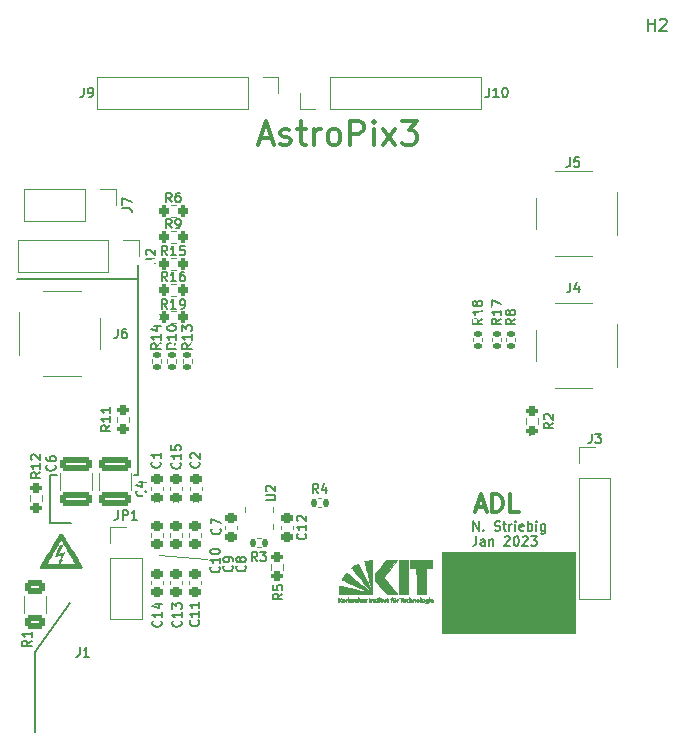
<source format=gbr>
G04 #@! TF.GenerationSoftware,KiCad,Pcbnew,(6.0.10)*
G04 #@! TF.CreationDate,2023-02-01T11:06:55+01:00*
G04 #@! TF.ProjectId,astropix_v3,61737472-6f70-4697-985f-76332e6b6963,1.0*
G04 #@! TF.SameCoordinates,Original*
G04 #@! TF.FileFunction,Legend,Top*
G04 #@! TF.FilePolarity,Positive*
%FSLAX46Y46*%
G04 Gerber Fmt 4.6, Leading zero omitted, Abs format (unit mm)*
G04 Created by KiCad (PCBNEW (6.0.10)) date 2023-02-01 11:06:55*
%MOMM*%
%LPD*%
G01*
G04 APERTURE LIST*
G04 Aperture macros list*
%AMRoundRect*
0 Rectangle with rounded corners*
0 $1 Rounding radius*
0 $2 $3 $4 $5 $6 $7 $8 $9 X,Y pos of 4 corners*
0 Add a 4 corners polygon primitive as box body*
4,1,4,$2,$3,$4,$5,$6,$7,$8,$9,$2,$3,0*
0 Add four circle primitives for the rounded corners*
1,1,$1+$1,$2,$3*
1,1,$1+$1,$4,$5*
1,1,$1+$1,$6,$7*
1,1,$1+$1,$8,$9*
0 Add four rect primitives between the rounded corners*
20,1,$1+$1,$2,$3,$4,$5,0*
20,1,$1+$1,$4,$5,$6,$7,0*
20,1,$1+$1,$6,$7,$8,$9,0*
20,1,$1+$1,$8,$9,$2,$3,0*%
G04 Aperture macros list end*
%ADD10C,0.200000*%
%ADD11C,0.100000*%
%ADD12C,0.120000*%
%ADD13C,0.300000*%
%ADD14C,0.150000*%
%ADD15C,0.010000*%
%ADD16C,0.475000*%
%ADD17C,3.200000*%
%ADD18RoundRect,0.225000X-0.250000X0.225000X-0.250000X-0.225000X0.250000X-0.225000X0.250000X0.225000X0*%
%ADD19C,2.250000*%
%ADD20R,1.700000X1.700000*%
%ADD21O,1.700000X1.700000*%
%ADD22RoundRect,0.249999X1.100001X-0.325001X1.100001X0.325001X-1.100001X0.325001X-1.100001X-0.325001X0*%
%ADD23C,2.000000*%
%ADD24RoundRect,0.249997X-0.625003X0.312503X-0.625003X-0.312503X0.625003X-0.312503X0.625003X0.312503X0*%
%ADD25R,0.300000X0.575000*%
%ADD26R,0.250000X0.575000*%
%ADD27R,0.630000X0.350000*%
%ADD28RoundRect,0.135000X-0.135000X-0.185000X0.135000X-0.185000X0.135000X0.185000X-0.135000X0.185000X0*%
%ADD29R,0.700000X4.300000*%
%ADD30R,0.700000X3.200000*%
%ADD31RoundRect,0.225000X0.250000X-0.225000X0.250000X0.225000X-0.250000X0.225000X-0.250000X-0.225000X0*%
%ADD32RoundRect,0.200000X0.275000X-0.200000X0.275000X0.200000X-0.275000X0.200000X-0.275000X-0.200000X0*%
%ADD33RoundRect,0.135000X0.185000X-0.135000X0.185000X0.135000X-0.185000X0.135000X-0.185000X-0.135000X0*%
%ADD34RoundRect,0.135000X-0.185000X0.135000X-0.185000X-0.135000X0.185000X-0.135000X0.185000X0.135000X0*%
%ADD35C,3.100000*%
%ADD36R,19.210000X19.980000*%
%ADD37R,0.125000X0.500000*%
%ADD38R,0.125000X0.600000*%
%ADD39R,0.100000X0.100000*%
%ADD40R,0.600000X0.125000*%
%ADD41C,0.600000*%
%ADD42RoundRect,0.200000X-0.200000X-0.275000X0.200000X-0.275000X0.200000X0.275000X-0.200000X0.275000X0*%
%ADD43RoundRect,0.200000X-0.275000X0.200000X-0.275000X-0.200000X0.275000X-0.200000X0.275000X0.200000X0*%
%ADD44C,0.450000*%
G04 APERTURE END LIST*
D10*
X108458000Y-86995000D02*
X109093000Y-86995000D01*
D11*
G36*
X152908000Y-100330000D02*
G01*
X141630400Y-100330000D01*
X141630400Y-93472000D01*
X152908000Y-93472000D01*
X152908000Y-100330000D01*
G37*
X152908000Y-100330000D02*
X141630400Y-100330000D01*
X141630400Y-93472000D01*
X152908000Y-93472000D01*
X152908000Y-100330000D01*
D10*
X108458000Y-91059000D02*
X108458000Y-86995000D01*
X115875500Y-70400000D02*
X105724500Y-70400000D01*
X115570000Y-86995000D02*
X115951000Y-86995000D01*
X107188000Y-108712000D02*
X107188000Y-101981000D01*
X107188000Y-101981000D02*
X110200000Y-97790000D01*
X110236000Y-91059000D02*
X108458000Y-91059000D01*
D12*
X121800000Y-94100000D02*
X117700000Y-93700000D01*
D10*
X115951000Y-86995000D02*
X115951000Y-69215000D01*
D13*
X126275952Y-58433333D02*
X127228333Y-58433333D01*
X126085476Y-59004761D02*
X126752142Y-57004761D01*
X127418809Y-59004761D01*
X127990238Y-58909523D02*
X128180714Y-59004761D01*
X128561666Y-59004761D01*
X128752142Y-58909523D01*
X128847380Y-58719047D01*
X128847380Y-58623809D01*
X128752142Y-58433333D01*
X128561666Y-58338095D01*
X128275952Y-58338095D01*
X128085476Y-58242857D01*
X127990238Y-58052380D01*
X127990238Y-57957142D01*
X128085476Y-57766666D01*
X128275952Y-57671428D01*
X128561666Y-57671428D01*
X128752142Y-57766666D01*
X129418809Y-57671428D02*
X130180714Y-57671428D01*
X129704523Y-57004761D02*
X129704523Y-58719047D01*
X129799761Y-58909523D01*
X129990238Y-59004761D01*
X130180714Y-59004761D01*
X130847380Y-59004761D02*
X130847380Y-57671428D01*
X130847380Y-58052380D02*
X130942619Y-57861904D01*
X131037857Y-57766666D01*
X131228333Y-57671428D01*
X131418809Y-57671428D01*
X132371190Y-59004761D02*
X132180714Y-58909523D01*
X132085476Y-58814285D01*
X131990238Y-58623809D01*
X131990238Y-58052380D01*
X132085476Y-57861904D01*
X132180714Y-57766666D01*
X132371190Y-57671428D01*
X132656904Y-57671428D01*
X132847380Y-57766666D01*
X132942619Y-57861904D01*
X133037857Y-58052380D01*
X133037857Y-58623809D01*
X132942619Y-58814285D01*
X132847380Y-58909523D01*
X132656904Y-59004761D01*
X132371190Y-59004761D01*
X133895000Y-59004761D02*
X133895000Y-57004761D01*
X134656904Y-57004761D01*
X134847380Y-57100000D01*
X134942619Y-57195238D01*
X135037857Y-57385714D01*
X135037857Y-57671428D01*
X134942619Y-57861904D01*
X134847380Y-57957142D01*
X134656904Y-58052380D01*
X133895000Y-58052380D01*
X135895000Y-59004761D02*
X135895000Y-57671428D01*
X135895000Y-57004761D02*
X135799761Y-57100000D01*
X135895000Y-57195238D01*
X135990238Y-57100000D01*
X135895000Y-57004761D01*
X135895000Y-57195238D01*
X136656904Y-59004761D02*
X137704523Y-57671428D01*
X136656904Y-57671428D02*
X137704523Y-59004761D01*
X138275952Y-57004761D02*
X139514047Y-57004761D01*
X138847380Y-57766666D01*
X139133095Y-57766666D01*
X139323571Y-57861904D01*
X139418809Y-57957142D01*
X139514047Y-58147619D01*
X139514047Y-58623809D01*
X139418809Y-58814285D01*
X139323571Y-58909523D01*
X139133095Y-59004761D01*
X138561666Y-59004761D01*
X138371190Y-58909523D01*
X138275952Y-58814285D01*
D10*
X144334476Y-91657904D02*
X144334476Y-90857904D01*
X144791619Y-91657904D01*
X144791619Y-90857904D01*
X145172571Y-91581714D02*
X145210666Y-91619809D01*
X145172571Y-91657904D01*
X145134476Y-91619809D01*
X145172571Y-91581714D01*
X145172571Y-91657904D01*
X146124952Y-91619809D02*
X146239238Y-91657904D01*
X146429714Y-91657904D01*
X146505904Y-91619809D01*
X146544000Y-91581714D01*
X146582095Y-91505523D01*
X146582095Y-91429333D01*
X146544000Y-91353142D01*
X146505904Y-91315047D01*
X146429714Y-91276952D01*
X146277333Y-91238857D01*
X146201142Y-91200761D01*
X146163047Y-91162666D01*
X146124952Y-91086476D01*
X146124952Y-91010285D01*
X146163047Y-90934095D01*
X146201142Y-90896000D01*
X146277333Y-90857904D01*
X146467809Y-90857904D01*
X146582095Y-90896000D01*
X146810666Y-91124571D02*
X147115428Y-91124571D01*
X146924952Y-90857904D02*
X146924952Y-91543619D01*
X146963047Y-91619809D01*
X147039238Y-91657904D01*
X147115428Y-91657904D01*
X147382095Y-91657904D02*
X147382095Y-91124571D01*
X147382095Y-91276952D02*
X147420190Y-91200761D01*
X147458285Y-91162666D01*
X147534476Y-91124571D01*
X147610666Y-91124571D01*
X147877333Y-91657904D02*
X147877333Y-91124571D01*
X147877333Y-90857904D02*
X147839238Y-90896000D01*
X147877333Y-90934095D01*
X147915428Y-90896000D01*
X147877333Y-90857904D01*
X147877333Y-90934095D01*
X148563047Y-91619809D02*
X148486857Y-91657904D01*
X148334476Y-91657904D01*
X148258285Y-91619809D01*
X148220190Y-91543619D01*
X148220190Y-91238857D01*
X148258285Y-91162666D01*
X148334476Y-91124571D01*
X148486857Y-91124571D01*
X148563047Y-91162666D01*
X148601142Y-91238857D01*
X148601142Y-91315047D01*
X148220190Y-91391238D01*
X148944000Y-91657904D02*
X148944000Y-90857904D01*
X148944000Y-91162666D02*
X149020190Y-91124571D01*
X149172571Y-91124571D01*
X149248761Y-91162666D01*
X149286857Y-91200761D01*
X149324952Y-91276952D01*
X149324952Y-91505523D01*
X149286857Y-91581714D01*
X149248761Y-91619809D01*
X149172571Y-91657904D01*
X149020190Y-91657904D01*
X148944000Y-91619809D01*
X149667809Y-91657904D02*
X149667809Y-91124571D01*
X149667809Y-90857904D02*
X149629714Y-90896000D01*
X149667809Y-90934095D01*
X149705904Y-90896000D01*
X149667809Y-90857904D01*
X149667809Y-90934095D01*
X150391619Y-91124571D02*
X150391619Y-91772190D01*
X150353523Y-91848380D01*
X150315428Y-91886476D01*
X150239238Y-91924571D01*
X150124952Y-91924571D01*
X150048761Y-91886476D01*
X150391619Y-91619809D02*
X150315428Y-91657904D01*
X150163047Y-91657904D01*
X150086857Y-91619809D01*
X150048761Y-91581714D01*
X150010666Y-91505523D01*
X150010666Y-91276952D01*
X150048761Y-91200761D01*
X150086857Y-91162666D01*
X150163047Y-91124571D01*
X150315428Y-91124571D01*
X150391619Y-91162666D01*
X144563047Y-92145904D02*
X144563047Y-92717333D01*
X144524952Y-92831619D01*
X144448761Y-92907809D01*
X144334476Y-92945904D01*
X144258285Y-92945904D01*
X145286857Y-92945904D02*
X145286857Y-92526857D01*
X145248761Y-92450666D01*
X145172571Y-92412571D01*
X145020190Y-92412571D01*
X144944000Y-92450666D01*
X145286857Y-92907809D02*
X145210666Y-92945904D01*
X145020190Y-92945904D01*
X144944000Y-92907809D01*
X144905904Y-92831619D01*
X144905904Y-92755428D01*
X144944000Y-92679238D01*
X145020190Y-92641142D01*
X145210666Y-92641142D01*
X145286857Y-92603047D01*
X145667809Y-92412571D02*
X145667809Y-92945904D01*
X145667809Y-92488761D02*
X145705904Y-92450666D01*
X145782095Y-92412571D01*
X145896380Y-92412571D01*
X145972571Y-92450666D01*
X146010666Y-92526857D01*
X146010666Y-92945904D01*
X146963047Y-92222095D02*
X147001142Y-92184000D01*
X147077333Y-92145904D01*
X147267809Y-92145904D01*
X147344000Y-92184000D01*
X147382095Y-92222095D01*
X147420190Y-92298285D01*
X147420190Y-92374476D01*
X147382095Y-92488761D01*
X146924952Y-92945904D01*
X147420190Y-92945904D01*
X147915428Y-92145904D02*
X147991619Y-92145904D01*
X148067809Y-92184000D01*
X148105904Y-92222095D01*
X148144000Y-92298285D01*
X148182095Y-92450666D01*
X148182095Y-92641142D01*
X148144000Y-92793523D01*
X148105904Y-92869714D01*
X148067809Y-92907809D01*
X147991619Y-92945904D01*
X147915428Y-92945904D01*
X147839238Y-92907809D01*
X147801142Y-92869714D01*
X147763047Y-92793523D01*
X147724952Y-92641142D01*
X147724952Y-92450666D01*
X147763047Y-92298285D01*
X147801142Y-92222095D01*
X147839238Y-92184000D01*
X147915428Y-92145904D01*
X148486857Y-92222095D02*
X148524952Y-92184000D01*
X148601142Y-92145904D01*
X148791619Y-92145904D01*
X148867809Y-92184000D01*
X148905904Y-92222095D01*
X148944000Y-92298285D01*
X148944000Y-92374476D01*
X148905904Y-92488761D01*
X148448761Y-92945904D01*
X148944000Y-92945904D01*
X149210666Y-92145904D02*
X149705904Y-92145904D01*
X149439238Y-92450666D01*
X149553523Y-92450666D01*
X149629714Y-92488761D01*
X149667809Y-92526857D01*
X149705904Y-92603047D01*
X149705904Y-92793523D01*
X149667809Y-92869714D01*
X149629714Y-92907809D01*
X149553523Y-92945904D01*
X149324952Y-92945904D01*
X149248761Y-92907809D01*
X149210666Y-92869714D01*
D13*
X144585714Y-89650000D02*
X145300000Y-89650000D01*
X144442857Y-90078571D02*
X144942857Y-88578571D01*
X145442857Y-90078571D01*
X145942857Y-90078571D02*
X145942857Y-88578571D01*
X146300000Y-88578571D01*
X146514285Y-88650000D01*
X146657142Y-88792857D01*
X146728571Y-88935714D01*
X146800000Y-89221428D01*
X146800000Y-89435714D01*
X146728571Y-89721428D01*
X146657142Y-89864285D01*
X146514285Y-90007142D01*
X146300000Y-90078571D01*
X145942857Y-90078571D01*
X148157142Y-90078571D02*
X147442857Y-90078571D01*
X147442857Y-88578571D01*
D14*
G04 #@! TO.C,H2*
X159113095Y-49327380D02*
X159113095Y-48327380D01*
X159113095Y-48803571D02*
X159684523Y-48803571D01*
X159684523Y-49327380D02*
X159684523Y-48327380D01*
X160113095Y-48422619D02*
X160160714Y-48375000D01*
X160255952Y-48327380D01*
X160494047Y-48327380D01*
X160589285Y-48375000D01*
X160636904Y-48422619D01*
X160684523Y-48517857D01*
X160684523Y-48613095D01*
X160636904Y-48755952D01*
X160065476Y-49327380D01*
X160684523Y-49327380D01*
G04 #@! TO.C,C8*
X124985714Y-94633333D02*
X125023809Y-94671428D01*
X125061904Y-94785714D01*
X125061904Y-94861904D01*
X125023809Y-94976190D01*
X124947619Y-95052380D01*
X124871428Y-95090476D01*
X124719047Y-95128571D01*
X124604761Y-95128571D01*
X124452380Y-95090476D01*
X124376190Y-95052380D01*
X124300000Y-94976190D01*
X124261904Y-94861904D01*
X124261904Y-94785714D01*
X124300000Y-94671428D01*
X124338095Y-94633333D01*
X124604761Y-94176190D02*
X124566666Y-94252380D01*
X124528571Y-94290476D01*
X124452380Y-94328571D01*
X124414285Y-94328571D01*
X124338095Y-94290476D01*
X124300000Y-94252380D01*
X124261904Y-94176190D01*
X124261904Y-94023809D01*
X124300000Y-93947619D01*
X124338095Y-93909523D01*
X124414285Y-93871428D01*
X124452380Y-93871428D01*
X124528571Y-93909523D01*
X124566666Y-93947619D01*
X124604761Y-94023809D01*
X124604761Y-94176190D01*
X124642857Y-94252380D01*
X124680952Y-94290476D01*
X124757142Y-94328571D01*
X124909523Y-94328571D01*
X124985714Y-94290476D01*
X125023809Y-94252380D01*
X125061904Y-94176190D01*
X125061904Y-94023809D01*
X125023809Y-93947619D01*
X124985714Y-93909523D01*
X124909523Y-93871428D01*
X124757142Y-93871428D01*
X124680952Y-93909523D01*
X124642857Y-93947619D01*
X124604761Y-94023809D01*
G04 #@! TO.C,C9*
X123885714Y-94633333D02*
X123923809Y-94671428D01*
X123961904Y-94785714D01*
X123961904Y-94861904D01*
X123923809Y-94976190D01*
X123847619Y-95052380D01*
X123771428Y-95090476D01*
X123619047Y-95128571D01*
X123504761Y-95128571D01*
X123352380Y-95090476D01*
X123276190Y-95052380D01*
X123200000Y-94976190D01*
X123161904Y-94861904D01*
X123161904Y-94785714D01*
X123200000Y-94671428D01*
X123238095Y-94633333D01*
X123961904Y-94252380D02*
X123961904Y-94100000D01*
X123923809Y-94023809D01*
X123885714Y-93985714D01*
X123771428Y-93909523D01*
X123619047Y-93871428D01*
X123314285Y-93871428D01*
X123238095Y-93909523D01*
X123200000Y-93947619D01*
X123161904Y-94023809D01*
X123161904Y-94176190D01*
X123200000Y-94252380D01*
X123238095Y-94290476D01*
X123314285Y-94328571D01*
X123504761Y-94328571D01*
X123580952Y-94290476D01*
X123619047Y-94252380D01*
X123657142Y-94176190D01*
X123657142Y-94023809D01*
X123619047Y-93947619D01*
X123580952Y-93909523D01*
X123504761Y-93871428D01*
G04 #@! TO.C,C10*
X122785714Y-94714285D02*
X122823809Y-94752380D01*
X122861904Y-94866666D01*
X122861904Y-94942857D01*
X122823809Y-95057142D01*
X122747619Y-95133333D01*
X122671428Y-95171428D01*
X122519047Y-95209523D01*
X122404761Y-95209523D01*
X122252380Y-95171428D01*
X122176190Y-95133333D01*
X122100000Y-95057142D01*
X122061904Y-94942857D01*
X122061904Y-94866666D01*
X122100000Y-94752380D01*
X122138095Y-94714285D01*
X122861904Y-93952380D02*
X122861904Y-94409523D01*
X122861904Y-94180952D02*
X122061904Y-94180952D01*
X122176190Y-94257142D01*
X122252380Y-94333333D01*
X122290476Y-94409523D01*
X122061904Y-93457142D02*
X122061904Y-93380952D01*
X122100000Y-93304761D01*
X122138095Y-93266666D01*
X122214285Y-93228571D01*
X122366666Y-93190476D01*
X122557142Y-93190476D01*
X122709523Y-93228571D01*
X122785714Y-93266666D01*
X122823809Y-93304761D01*
X122861904Y-93380952D01*
X122861904Y-93457142D01*
X122823809Y-93533333D01*
X122785714Y-93571428D01*
X122709523Y-93609523D01*
X122557142Y-93647619D01*
X122366666Y-93647619D01*
X122214285Y-93609523D01*
X122138095Y-93571428D01*
X122100000Y-93533333D01*
X122061904Y-93457142D01*
G04 #@! TO.C,J6*
X114206333Y-74561904D02*
X114206333Y-75133333D01*
X114168238Y-75247619D01*
X114092047Y-75323809D01*
X113977761Y-75361904D01*
X113901571Y-75361904D01*
X114930142Y-74561904D02*
X114777761Y-74561904D01*
X114701571Y-74600000D01*
X114663476Y-74638095D01*
X114587285Y-74752380D01*
X114549190Y-74904761D01*
X114549190Y-75209523D01*
X114587285Y-75285714D01*
X114625380Y-75323809D01*
X114701571Y-75361904D01*
X114853952Y-75361904D01*
X114930142Y-75323809D01*
X114968238Y-75285714D01*
X115006333Y-75209523D01*
X115006333Y-75019047D01*
X114968238Y-74942857D01*
X114930142Y-74904761D01*
X114853952Y-74866666D01*
X114701571Y-74866666D01*
X114625380Y-74904761D01*
X114587285Y-74942857D01*
X114549190Y-75019047D01*
G04 #@! TO.C,J9*
X111333333Y-54161904D02*
X111333333Y-54733333D01*
X111295238Y-54847619D01*
X111219047Y-54923809D01*
X111104761Y-54961904D01*
X111028571Y-54961904D01*
X111752380Y-54961904D02*
X111904761Y-54961904D01*
X111980952Y-54923809D01*
X112019047Y-54885714D01*
X112095238Y-54771428D01*
X112133333Y-54619047D01*
X112133333Y-54314285D01*
X112095238Y-54238095D01*
X112057142Y-54200000D01*
X111980952Y-54161904D01*
X111828571Y-54161904D01*
X111752380Y-54200000D01*
X111714285Y-54238095D01*
X111676190Y-54314285D01*
X111676190Y-54504761D01*
X111714285Y-54580952D01*
X111752380Y-54619047D01*
X111828571Y-54657142D01*
X111980952Y-54657142D01*
X112057142Y-54619047D01*
X112095238Y-54580952D01*
X112133333Y-54504761D01*
G04 #@! TO.C,C6*
X108870714Y-86112333D02*
X108908809Y-86150428D01*
X108946904Y-86264714D01*
X108946904Y-86340904D01*
X108908809Y-86455190D01*
X108832619Y-86531380D01*
X108756428Y-86569476D01*
X108604047Y-86607571D01*
X108489761Y-86607571D01*
X108337380Y-86569476D01*
X108261190Y-86531380D01*
X108185000Y-86455190D01*
X108146904Y-86340904D01*
X108146904Y-86264714D01*
X108185000Y-86150428D01*
X108223095Y-86112333D01*
X108146904Y-85426619D02*
X108146904Y-85579000D01*
X108185000Y-85655190D01*
X108223095Y-85693285D01*
X108337380Y-85769476D01*
X108489761Y-85807571D01*
X108794523Y-85807571D01*
X108870714Y-85769476D01*
X108908809Y-85731380D01*
X108946904Y-85655190D01*
X108946904Y-85502809D01*
X108908809Y-85426619D01*
X108870714Y-85388523D01*
X108794523Y-85350428D01*
X108604047Y-85350428D01*
X108527857Y-85388523D01*
X108489761Y-85426619D01*
X108451666Y-85502809D01*
X108451666Y-85655190D01*
X108489761Y-85731380D01*
X108527857Y-85769476D01*
X108604047Y-85807571D01*
G04 #@! TO.C,C4*
X116490714Y-88271333D02*
X116528809Y-88309428D01*
X116566904Y-88423714D01*
X116566904Y-88499904D01*
X116528809Y-88614190D01*
X116452619Y-88690380D01*
X116376428Y-88728476D01*
X116224047Y-88766571D01*
X116109761Y-88766571D01*
X115957380Y-88728476D01*
X115881190Y-88690380D01*
X115805000Y-88614190D01*
X115766904Y-88499904D01*
X115766904Y-88423714D01*
X115805000Y-88309428D01*
X115843095Y-88271333D01*
X116033571Y-87585619D02*
X116566904Y-87585619D01*
X115728809Y-87776095D02*
X116300238Y-87966571D01*
X116300238Y-87471333D01*
G04 #@! TO.C,R1*
X106914904Y-100971333D02*
X106533952Y-101238000D01*
X106914904Y-101428476D02*
X106114904Y-101428476D01*
X106114904Y-101123714D01*
X106153000Y-101047523D01*
X106191095Y-101009428D01*
X106267285Y-100971333D01*
X106381571Y-100971333D01*
X106457761Y-101009428D01*
X106495857Y-101047523D01*
X106533952Y-101123714D01*
X106533952Y-101428476D01*
X106914904Y-100209428D02*
X106914904Y-100666571D01*
X106914904Y-100438000D02*
X106114904Y-100438000D01*
X106229190Y-100514190D01*
X106305380Y-100590380D01*
X106343476Y-100666571D01*
G04 #@! TO.C,J10*
X145652380Y-54161904D02*
X145652380Y-54733333D01*
X145614285Y-54847619D01*
X145538095Y-54923809D01*
X145423809Y-54961904D01*
X145347619Y-54961904D01*
X146452380Y-54961904D02*
X145995238Y-54961904D01*
X146223809Y-54961904D02*
X146223809Y-54161904D01*
X146147619Y-54276190D01*
X146071428Y-54352380D01*
X145995238Y-54390476D01*
X146947619Y-54161904D02*
X147023809Y-54161904D01*
X147100000Y-54200000D01*
X147138095Y-54238095D01*
X147176190Y-54314285D01*
X147214285Y-54466666D01*
X147214285Y-54657142D01*
X147176190Y-54809523D01*
X147138095Y-54885714D01*
X147100000Y-54923809D01*
X147023809Y-54961904D01*
X146947619Y-54961904D01*
X146871428Y-54923809D01*
X146833333Y-54885714D01*
X146795238Y-54809523D01*
X146757142Y-54657142D01*
X146757142Y-54466666D01*
X146795238Y-54314285D01*
X146833333Y-54238095D01*
X146871428Y-54200000D01*
X146947619Y-54161904D01*
G04 #@! TO.C,U2*
X126761904Y-89109523D02*
X127409523Y-89109523D01*
X127485714Y-89071428D01*
X127523809Y-89033333D01*
X127561904Y-88957142D01*
X127561904Y-88804761D01*
X127523809Y-88728571D01*
X127485714Y-88690476D01*
X127409523Y-88652380D01*
X126761904Y-88652380D01*
X126838095Y-88309523D02*
X126800000Y-88271428D01*
X126761904Y-88195238D01*
X126761904Y-88004761D01*
X126800000Y-87928571D01*
X126838095Y-87890476D01*
X126914285Y-87852380D01*
X126990476Y-87852380D01*
X127104761Y-87890476D01*
X127561904Y-88347619D01*
X127561904Y-87852380D01*
G04 #@! TO.C,R3*
X126026667Y-94263908D02*
X125760001Y-93882956D01*
X125569524Y-94263908D02*
X125569524Y-93463908D01*
X125874286Y-93463908D01*
X125950477Y-93502004D01*
X125988572Y-93540099D01*
X126026667Y-93616289D01*
X126026667Y-93730575D01*
X125988572Y-93806765D01*
X125950477Y-93844861D01*
X125874286Y-93882956D01*
X125569524Y-93882956D01*
X126293334Y-93463908D02*
X126788572Y-93463908D01*
X126521905Y-93768670D01*
X126636191Y-93768670D01*
X126712381Y-93806765D01*
X126750477Y-93844861D01*
X126788572Y-93921051D01*
X126788572Y-94111527D01*
X126750477Y-94187718D01*
X126712381Y-94225813D01*
X126636191Y-94263908D01*
X126407620Y-94263908D01*
X126331429Y-94225813D01*
X126293334Y-94187718D01*
G04 #@! TO.C,C12*
X130085714Y-91914285D02*
X130123809Y-91952380D01*
X130161904Y-92066666D01*
X130161904Y-92142857D01*
X130123809Y-92257142D01*
X130047619Y-92333333D01*
X129971428Y-92371428D01*
X129819047Y-92409523D01*
X129704761Y-92409523D01*
X129552380Y-92371428D01*
X129476190Y-92333333D01*
X129400000Y-92257142D01*
X129361904Y-92142857D01*
X129361904Y-92066666D01*
X129400000Y-91952380D01*
X129438095Y-91914285D01*
X130161904Y-91152380D02*
X130161904Y-91609523D01*
X130161904Y-91380952D02*
X129361904Y-91380952D01*
X129476190Y-91457142D01*
X129552380Y-91533333D01*
X129590476Y-91609523D01*
X129438095Y-90847619D02*
X129400000Y-90809523D01*
X129361904Y-90733333D01*
X129361904Y-90542857D01*
X129400000Y-90466666D01*
X129438095Y-90428571D01*
X129514285Y-90390476D01*
X129590476Y-90390476D01*
X129704761Y-90428571D01*
X130161904Y-90885714D01*
X130161904Y-90390476D01*
G04 #@! TO.C,J1*
X110985333Y-101542904D02*
X110985333Y-102114333D01*
X110947238Y-102228619D01*
X110871047Y-102304809D01*
X110756761Y-102342904D01*
X110680571Y-102342904D01*
X111785333Y-102342904D02*
X111328190Y-102342904D01*
X111556761Y-102342904D02*
X111556761Y-101542904D01*
X111480571Y-101657190D01*
X111404380Y-101733380D01*
X111328190Y-101771476D01*
G04 #@! TO.C,JP1*
X114242933Y-89941904D02*
X114242933Y-90513333D01*
X114204838Y-90627619D01*
X114128647Y-90703809D01*
X114014361Y-90741904D01*
X113938171Y-90741904D01*
X114623885Y-90741904D02*
X114623885Y-89941904D01*
X114928647Y-89941904D01*
X115004838Y-89980000D01*
X115042933Y-90018095D01*
X115081028Y-90094285D01*
X115081028Y-90208571D01*
X115042933Y-90284761D01*
X115004838Y-90322857D01*
X114928647Y-90360952D01*
X114623885Y-90360952D01*
X115842933Y-90741904D02*
X115385790Y-90741904D01*
X115614361Y-90741904D02*
X115614361Y-89941904D01*
X115538171Y-90056190D01*
X115461980Y-90132380D01*
X115385790Y-90170476D01*
G04 #@! TO.C,C11*
X121037314Y-99269485D02*
X121075409Y-99307580D01*
X121113504Y-99421866D01*
X121113504Y-99498057D01*
X121075409Y-99612342D01*
X120999219Y-99688533D01*
X120923028Y-99726628D01*
X120770647Y-99764723D01*
X120656361Y-99764723D01*
X120503980Y-99726628D01*
X120427790Y-99688533D01*
X120351600Y-99612342D01*
X120313504Y-99498057D01*
X120313504Y-99421866D01*
X120351600Y-99307580D01*
X120389695Y-99269485D01*
X121113504Y-98507580D02*
X121113504Y-98964723D01*
X121113504Y-98736152D02*
X120313504Y-98736152D01*
X120427790Y-98812342D01*
X120503980Y-98888533D01*
X120542076Y-98964723D01*
X121113504Y-97745676D02*
X121113504Y-98202819D01*
X121113504Y-97974247D02*
X120313504Y-97974247D01*
X120427790Y-98050438D01*
X120503980Y-98126628D01*
X120542076Y-98202819D01*
G04 #@! TO.C,C13*
X119538714Y-99320285D02*
X119576809Y-99358380D01*
X119614904Y-99472666D01*
X119614904Y-99548857D01*
X119576809Y-99663142D01*
X119500619Y-99739333D01*
X119424428Y-99777428D01*
X119272047Y-99815523D01*
X119157761Y-99815523D01*
X119005380Y-99777428D01*
X118929190Y-99739333D01*
X118853000Y-99663142D01*
X118814904Y-99548857D01*
X118814904Y-99472666D01*
X118853000Y-99358380D01*
X118891095Y-99320285D01*
X119614904Y-98558380D02*
X119614904Y-99015523D01*
X119614904Y-98786952D02*
X118814904Y-98786952D01*
X118929190Y-98863142D01*
X119005380Y-98939333D01*
X119043476Y-99015523D01*
X118814904Y-98291714D02*
X118814904Y-97796476D01*
X119119666Y-98063142D01*
X119119666Y-97948857D01*
X119157761Y-97872666D01*
X119195857Y-97834571D01*
X119272047Y-97796476D01*
X119462523Y-97796476D01*
X119538714Y-97834571D01*
X119576809Y-97872666D01*
X119614904Y-97948857D01*
X119614904Y-98177428D01*
X119576809Y-98253619D01*
X119538714Y-98291714D01*
G04 #@! TO.C,C7*
X122864315Y-91495337D02*
X122902410Y-91533432D01*
X122940505Y-91647718D01*
X122940505Y-91723908D01*
X122902410Y-91838194D01*
X122826220Y-91914384D01*
X122750029Y-91952480D01*
X122597648Y-91990575D01*
X122483362Y-91990575D01*
X122330981Y-91952480D01*
X122254791Y-91914384D01*
X122178601Y-91838194D01*
X122140505Y-91723908D01*
X122140505Y-91647718D01*
X122178601Y-91533432D01*
X122216696Y-91495337D01*
X122140505Y-91228670D02*
X122140505Y-90695337D01*
X122940505Y-91038194D01*
G04 #@! TO.C,R12*
X107651504Y-86721885D02*
X107270552Y-86988552D01*
X107651504Y-87179028D02*
X106851504Y-87179028D01*
X106851504Y-86874266D01*
X106889600Y-86798076D01*
X106927695Y-86759980D01*
X107003885Y-86721885D01*
X107118171Y-86721885D01*
X107194361Y-86759980D01*
X107232457Y-86798076D01*
X107270552Y-86874266D01*
X107270552Y-87179028D01*
X107651504Y-85959980D02*
X107651504Y-86417123D01*
X107651504Y-86188552D02*
X106851504Y-86188552D01*
X106965790Y-86264742D01*
X107041980Y-86340933D01*
X107080076Y-86417123D01*
X106927695Y-85655219D02*
X106889600Y-85617123D01*
X106851504Y-85540933D01*
X106851504Y-85350457D01*
X106889600Y-85274266D01*
X106927695Y-85236171D01*
X107003885Y-85198076D01*
X107080076Y-85198076D01*
X107194361Y-85236171D01*
X107651504Y-85693314D01*
X107651504Y-85198076D01*
G04 #@! TO.C,C14*
X117862314Y-99320285D02*
X117900409Y-99358380D01*
X117938504Y-99472666D01*
X117938504Y-99548857D01*
X117900409Y-99663142D01*
X117824219Y-99739333D01*
X117748028Y-99777428D01*
X117595647Y-99815523D01*
X117481361Y-99815523D01*
X117328980Y-99777428D01*
X117252790Y-99739333D01*
X117176600Y-99663142D01*
X117138504Y-99548857D01*
X117138504Y-99472666D01*
X117176600Y-99358380D01*
X117214695Y-99320285D01*
X117938504Y-98558380D02*
X117938504Y-99015523D01*
X117938504Y-98786952D02*
X117138504Y-98786952D01*
X117252790Y-98863142D01*
X117328980Y-98939333D01*
X117367076Y-99015523D01*
X117405171Y-97872666D02*
X117938504Y-97872666D01*
X117100409Y-98063142D02*
X117671838Y-98253619D01*
X117671838Y-97758380D01*
G04 #@! TO.C,R13*
X120461904Y-75814285D02*
X120080952Y-76080952D01*
X120461904Y-76271428D02*
X119661904Y-76271428D01*
X119661904Y-75966666D01*
X119700000Y-75890476D01*
X119738095Y-75852380D01*
X119814285Y-75814285D01*
X119928571Y-75814285D01*
X120004761Y-75852380D01*
X120042857Y-75890476D01*
X120080952Y-75966666D01*
X120080952Y-76271428D01*
X120461904Y-75052380D02*
X120461904Y-75509523D01*
X120461904Y-75280952D02*
X119661904Y-75280952D01*
X119776190Y-75357142D01*
X119852380Y-75433333D01*
X119890476Y-75509523D01*
X119661904Y-74785714D02*
X119661904Y-74290476D01*
X119966666Y-74557142D01*
X119966666Y-74442857D01*
X120004761Y-74366666D01*
X120042857Y-74328571D01*
X120119047Y-74290476D01*
X120309523Y-74290476D01*
X120385714Y-74328571D01*
X120423809Y-74366666D01*
X120461904Y-74442857D01*
X120461904Y-74671428D01*
X120423809Y-74747619D01*
X120385714Y-74785714D01*
G04 #@! TO.C,R14*
X117834904Y-75816285D02*
X117453952Y-76082952D01*
X117834904Y-76273428D02*
X117034904Y-76273428D01*
X117034904Y-75968666D01*
X117073000Y-75892476D01*
X117111095Y-75854380D01*
X117187285Y-75816285D01*
X117301571Y-75816285D01*
X117377761Y-75854380D01*
X117415857Y-75892476D01*
X117453952Y-75968666D01*
X117453952Y-76273428D01*
X117834904Y-75054380D02*
X117834904Y-75511523D01*
X117834904Y-75282952D02*
X117034904Y-75282952D01*
X117149190Y-75359142D01*
X117225380Y-75435333D01*
X117263476Y-75511523D01*
X117301571Y-74368666D02*
X117834904Y-74368666D01*
X116996809Y-74559142D02*
X117568238Y-74749619D01*
X117568238Y-74254380D01*
G04 #@! TO.C,R17*
X146661904Y-73728285D02*
X146280952Y-73994952D01*
X146661904Y-74185428D02*
X145861904Y-74185428D01*
X145861904Y-73880666D01*
X145900000Y-73804476D01*
X145938095Y-73766380D01*
X146014285Y-73728285D01*
X146128571Y-73728285D01*
X146204761Y-73766380D01*
X146242857Y-73804476D01*
X146280952Y-73880666D01*
X146280952Y-74185428D01*
X146661904Y-72966380D02*
X146661904Y-73423523D01*
X146661904Y-73194952D02*
X145861904Y-73194952D01*
X145976190Y-73271142D01*
X146052380Y-73347333D01*
X146090476Y-73423523D01*
X145861904Y-72699714D02*
X145861904Y-72166380D01*
X146661904Y-72509238D01*
G04 #@! TO.C,R18*
X145061904Y-73728285D02*
X144680952Y-73994952D01*
X145061904Y-74185428D02*
X144261904Y-74185428D01*
X144261904Y-73880666D01*
X144300000Y-73804476D01*
X144338095Y-73766380D01*
X144414285Y-73728285D01*
X144528571Y-73728285D01*
X144604761Y-73766380D01*
X144642857Y-73804476D01*
X144680952Y-73880666D01*
X144680952Y-74185428D01*
X145061904Y-72966380D02*
X145061904Y-73423523D01*
X145061904Y-73194952D02*
X144261904Y-73194952D01*
X144376190Y-73271142D01*
X144452380Y-73347333D01*
X144490476Y-73423523D01*
X144604761Y-72509238D02*
X144566666Y-72585428D01*
X144528571Y-72623523D01*
X144452380Y-72661619D01*
X144414285Y-72661619D01*
X144338095Y-72623523D01*
X144300000Y-72585428D01*
X144261904Y-72509238D01*
X144261904Y-72356857D01*
X144300000Y-72280666D01*
X144338095Y-72242571D01*
X144414285Y-72204476D01*
X144452380Y-72204476D01*
X144528571Y-72242571D01*
X144566666Y-72280666D01*
X144604761Y-72356857D01*
X144604761Y-72509238D01*
X144642857Y-72585428D01*
X144680952Y-72623523D01*
X144757142Y-72661619D01*
X144909523Y-72661619D01*
X144985714Y-72623523D01*
X145023809Y-72585428D01*
X145061904Y-72509238D01*
X145061904Y-72356857D01*
X145023809Y-72280666D01*
X144985714Y-72242571D01*
X144909523Y-72204476D01*
X144757142Y-72204476D01*
X144680952Y-72242571D01*
X144642857Y-72280666D01*
X144604761Y-72356857D01*
G04 #@! TO.C,R10*
X119161904Y-75814285D02*
X118780952Y-76080952D01*
X119161904Y-76271428D02*
X118361904Y-76271428D01*
X118361904Y-75966666D01*
X118400000Y-75890476D01*
X118438095Y-75852380D01*
X118514285Y-75814285D01*
X118628571Y-75814285D01*
X118704761Y-75852380D01*
X118742857Y-75890476D01*
X118780952Y-75966666D01*
X118780952Y-76271428D01*
X119161904Y-75052380D02*
X119161904Y-75509523D01*
X119161904Y-75280952D02*
X118361904Y-75280952D01*
X118476190Y-75357142D01*
X118552380Y-75433333D01*
X118590476Y-75509523D01*
X118361904Y-74557142D02*
X118361904Y-74480952D01*
X118400000Y-74404761D01*
X118438095Y-74366666D01*
X118514285Y-74328571D01*
X118666666Y-74290476D01*
X118857142Y-74290476D01*
X119009523Y-74328571D01*
X119085714Y-74366666D01*
X119123809Y-74404761D01*
X119161904Y-74480952D01*
X119161904Y-74557142D01*
X119123809Y-74633333D01*
X119085714Y-74671428D01*
X119009523Y-74709523D01*
X118857142Y-74747619D01*
X118666666Y-74747619D01*
X118514285Y-74709523D01*
X118438095Y-74671428D01*
X118400000Y-74633333D01*
X118361904Y-74557142D01*
G04 #@! TO.C,R8*
X147861904Y-73728333D02*
X147480952Y-73995000D01*
X147861904Y-74185476D02*
X147061904Y-74185476D01*
X147061904Y-73880714D01*
X147100000Y-73804523D01*
X147138095Y-73766428D01*
X147214285Y-73728333D01*
X147328571Y-73728333D01*
X147404761Y-73766428D01*
X147442857Y-73804523D01*
X147480952Y-73880714D01*
X147480952Y-74185476D01*
X147404761Y-73271190D02*
X147366666Y-73347380D01*
X147328571Y-73385476D01*
X147252380Y-73423571D01*
X147214285Y-73423571D01*
X147138095Y-73385476D01*
X147100000Y-73347380D01*
X147061904Y-73271190D01*
X147061904Y-73118809D01*
X147100000Y-73042619D01*
X147138095Y-73004523D01*
X147214285Y-72966428D01*
X147252380Y-72966428D01*
X147328571Y-73004523D01*
X147366666Y-73042619D01*
X147404761Y-73118809D01*
X147404761Y-73271190D01*
X147442857Y-73347380D01*
X147480952Y-73385476D01*
X147557142Y-73423571D01*
X147709523Y-73423571D01*
X147785714Y-73385476D01*
X147823809Y-73347380D01*
X147861904Y-73271190D01*
X147861904Y-73118809D01*
X147823809Y-73042619D01*
X147785714Y-73004523D01*
X147709523Y-72966428D01*
X147557142Y-72966428D01*
X147480952Y-73004523D01*
X147442857Y-73042619D01*
X147404761Y-73118809D01*
G04 #@! TO.C,J5*
X152507933Y-60069304D02*
X152507933Y-60640733D01*
X152469838Y-60755019D01*
X152393647Y-60831209D01*
X152279361Y-60869304D01*
X152203171Y-60869304D01*
X153269838Y-60069304D02*
X152888885Y-60069304D01*
X152850790Y-60450257D01*
X152888885Y-60412161D01*
X152965076Y-60374066D01*
X153155552Y-60374066D01*
X153231742Y-60412161D01*
X153269838Y-60450257D01*
X153307933Y-60526447D01*
X153307933Y-60716923D01*
X153269838Y-60793114D01*
X153231742Y-60831209D01*
X153155552Y-60869304D01*
X152965076Y-60869304D01*
X152888885Y-60831209D01*
X152850790Y-60793114D01*
G04 #@! TO.C,R11*
X113581904Y-82764285D02*
X113200952Y-83030952D01*
X113581904Y-83221428D02*
X112781904Y-83221428D01*
X112781904Y-82916666D01*
X112820000Y-82840476D01*
X112858095Y-82802380D01*
X112934285Y-82764285D01*
X113048571Y-82764285D01*
X113124761Y-82802380D01*
X113162857Y-82840476D01*
X113200952Y-82916666D01*
X113200952Y-83221428D01*
X113581904Y-82002380D02*
X113581904Y-82459523D01*
X113581904Y-82230952D02*
X112781904Y-82230952D01*
X112896190Y-82307142D01*
X112972380Y-82383333D01*
X113010476Y-82459523D01*
X113581904Y-81240476D02*
X113581904Y-81697619D01*
X113581904Y-81469047D02*
X112781904Y-81469047D01*
X112896190Y-81545238D01*
X112972380Y-81621428D01*
X113010476Y-81697619D01*
G04 #@! TO.C,J4*
X152533333Y-70661904D02*
X152533333Y-71233333D01*
X152495238Y-71347619D01*
X152419047Y-71423809D01*
X152304761Y-71461904D01*
X152228571Y-71461904D01*
X153257142Y-70928571D02*
X153257142Y-71461904D01*
X153066666Y-70623809D02*
X152876190Y-71195238D01*
X153371428Y-71195238D01*
G04 #@! TO.C,J2*
X116591904Y-68666666D02*
X117163333Y-68666666D01*
X117277619Y-68704761D01*
X117353809Y-68780952D01*
X117391904Y-68895238D01*
X117391904Y-68971428D01*
X116668095Y-68323809D02*
X116630000Y-68285714D01*
X116591904Y-68209523D01*
X116591904Y-68019047D01*
X116630000Y-67942857D01*
X116668095Y-67904761D01*
X116744285Y-67866666D01*
X116820476Y-67866666D01*
X116934761Y-67904761D01*
X117391904Y-68361904D01*
X117391904Y-67866666D01*
G04 #@! TO.C,R9*
X118766666Y-66061904D02*
X118500000Y-65680952D01*
X118309523Y-66061904D02*
X118309523Y-65261904D01*
X118614285Y-65261904D01*
X118690476Y-65300000D01*
X118728571Y-65338095D01*
X118766666Y-65414285D01*
X118766666Y-65528571D01*
X118728571Y-65604761D01*
X118690476Y-65642857D01*
X118614285Y-65680952D01*
X118309523Y-65680952D01*
X119147619Y-66061904D02*
X119300000Y-66061904D01*
X119376190Y-66023809D01*
X119414285Y-65985714D01*
X119490476Y-65871428D01*
X119528571Y-65719047D01*
X119528571Y-65414285D01*
X119490476Y-65338095D01*
X119452380Y-65300000D01*
X119376190Y-65261904D01*
X119223809Y-65261904D01*
X119147619Y-65300000D01*
X119109523Y-65338095D01*
X119071428Y-65414285D01*
X119071428Y-65604761D01*
X119109523Y-65680952D01*
X119147619Y-65719047D01*
X119223809Y-65757142D01*
X119376190Y-65757142D01*
X119452380Y-65719047D01*
X119490476Y-65680952D01*
X119528571Y-65604761D01*
G04 #@! TO.C,C2*
X121085714Y-85833333D02*
X121123809Y-85871428D01*
X121161904Y-85985714D01*
X121161904Y-86061904D01*
X121123809Y-86176190D01*
X121047619Y-86252380D01*
X120971428Y-86290476D01*
X120819047Y-86328571D01*
X120704761Y-86328571D01*
X120552380Y-86290476D01*
X120476190Y-86252380D01*
X120400000Y-86176190D01*
X120361904Y-86061904D01*
X120361904Y-85985714D01*
X120400000Y-85871428D01*
X120438095Y-85833333D01*
X120438095Y-85528571D02*
X120400000Y-85490476D01*
X120361904Y-85414285D01*
X120361904Y-85223809D01*
X120400000Y-85147619D01*
X120438095Y-85109523D01*
X120514285Y-85071428D01*
X120590476Y-85071428D01*
X120704761Y-85109523D01*
X121161904Y-85566666D01*
X121161904Y-85071428D01*
G04 #@! TO.C,R16*
X118385714Y-70561904D02*
X118119047Y-70180952D01*
X117928571Y-70561904D02*
X117928571Y-69761904D01*
X118233333Y-69761904D01*
X118309523Y-69800000D01*
X118347619Y-69838095D01*
X118385714Y-69914285D01*
X118385714Y-70028571D01*
X118347619Y-70104761D01*
X118309523Y-70142857D01*
X118233333Y-70180952D01*
X117928571Y-70180952D01*
X119147619Y-70561904D02*
X118690476Y-70561904D01*
X118919047Y-70561904D02*
X118919047Y-69761904D01*
X118842857Y-69876190D01*
X118766666Y-69952380D01*
X118690476Y-69990476D01*
X119833333Y-69761904D02*
X119680952Y-69761904D01*
X119604761Y-69800000D01*
X119566666Y-69838095D01*
X119490476Y-69952380D01*
X119452380Y-70104761D01*
X119452380Y-70409523D01*
X119490476Y-70485714D01*
X119528571Y-70523809D01*
X119604761Y-70561904D01*
X119757142Y-70561904D01*
X119833333Y-70523809D01*
X119871428Y-70485714D01*
X119909523Y-70409523D01*
X119909523Y-70219047D01*
X119871428Y-70142857D01*
X119833333Y-70104761D01*
X119757142Y-70066666D01*
X119604761Y-70066666D01*
X119528571Y-70104761D01*
X119490476Y-70142857D01*
X119452380Y-70219047D01*
G04 #@! TO.C,C15*
X119485714Y-85914285D02*
X119523809Y-85952380D01*
X119561904Y-86066666D01*
X119561904Y-86142857D01*
X119523809Y-86257142D01*
X119447619Y-86333333D01*
X119371428Y-86371428D01*
X119219047Y-86409523D01*
X119104761Y-86409523D01*
X118952380Y-86371428D01*
X118876190Y-86333333D01*
X118800000Y-86257142D01*
X118761904Y-86142857D01*
X118761904Y-86066666D01*
X118800000Y-85952380D01*
X118838095Y-85914285D01*
X119561904Y-85152380D02*
X119561904Y-85609523D01*
X119561904Y-85380952D02*
X118761904Y-85380952D01*
X118876190Y-85457142D01*
X118952380Y-85533333D01*
X118990476Y-85609523D01*
X118761904Y-84428571D02*
X118761904Y-84809523D01*
X119142857Y-84847619D01*
X119104761Y-84809523D01*
X119066666Y-84733333D01*
X119066666Y-84542857D01*
X119104761Y-84466666D01*
X119142857Y-84428571D01*
X119219047Y-84390476D01*
X119409523Y-84390476D01*
X119485714Y-84428571D01*
X119523809Y-84466666D01*
X119561904Y-84542857D01*
X119561904Y-84733333D01*
X119523809Y-84809523D01*
X119485714Y-84847619D01*
G04 #@! TO.C,R4*
X131166666Y-88491904D02*
X130900000Y-88110952D01*
X130709523Y-88491904D02*
X130709523Y-87691904D01*
X131014285Y-87691904D01*
X131090476Y-87730000D01*
X131128571Y-87768095D01*
X131166666Y-87844285D01*
X131166666Y-87958571D01*
X131128571Y-88034761D01*
X131090476Y-88072857D01*
X131014285Y-88110952D01*
X130709523Y-88110952D01*
X131852380Y-87958571D02*
X131852380Y-88491904D01*
X131661904Y-87653809D02*
X131471428Y-88225238D01*
X131966666Y-88225238D01*
G04 #@! TO.C,R19*
X118385714Y-72861904D02*
X118119047Y-72480952D01*
X117928571Y-72861904D02*
X117928571Y-72061904D01*
X118233333Y-72061904D01*
X118309523Y-72100000D01*
X118347619Y-72138095D01*
X118385714Y-72214285D01*
X118385714Y-72328571D01*
X118347619Y-72404761D01*
X118309523Y-72442857D01*
X118233333Y-72480952D01*
X117928571Y-72480952D01*
X119147619Y-72861904D02*
X118690476Y-72861904D01*
X118919047Y-72861904D02*
X118919047Y-72061904D01*
X118842857Y-72176190D01*
X118766666Y-72252380D01*
X118690476Y-72290476D01*
X119528571Y-72861904D02*
X119680952Y-72861904D01*
X119757142Y-72823809D01*
X119795238Y-72785714D01*
X119871428Y-72671428D01*
X119909523Y-72519047D01*
X119909523Y-72214285D01*
X119871428Y-72138095D01*
X119833333Y-72100000D01*
X119757142Y-72061904D01*
X119604761Y-72061904D01*
X119528571Y-72100000D01*
X119490476Y-72138095D01*
X119452380Y-72214285D01*
X119452380Y-72404761D01*
X119490476Y-72480952D01*
X119528571Y-72519047D01*
X119604761Y-72557142D01*
X119757142Y-72557142D01*
X119833333Y-72519047D01*
X119871428Y-72480952D01*
X119909523Y-72404761D01*
G04 #@! TO.C,R5*
X128161904Y-97033333D02*
X127780952Y-97300000D01*
X128161904Y-97490476D02*
X127361904Y-97490476D01*
X127361904Y-97185714D01*
X127400000Y-97109523D01*
X127438095Y-97071428D01*
X127514285Y-97033333D01*
X127628571Y-97033333D01*
X127704761Y-97071428D01*
X127742857Y-97109523D01*
X127780952Y-97185714D01*
X127780952Y-97490476D01*
X127361904Y-96309523D02*
X127361904Y-96690476D01*
X127742857Y-96728571D01*
X127704761Y-96690476D01*
X127666666Y-96614285D01*
X127666666Y-96423809D01*
X127704761Y-96347619D01*
X127742857Y-96309523D01*
X127819047Y-96271428D01*
X128009523Y-96271428D01*
X128085714Y-96309523D01*
X128123809Y-96347619D01*
X128161904Y-96423809D01*
X128161904Y-96614285D01*
X128123809Y-96690476D01*
X128085714Y-96728571D01*
G04 #@! TO.C,R6*
X118766666Y-63861904D02*
X118500000Y-63480952D01*
X118309523Y-63861904D02*
X118309523Y-63061904D01*
X118614285Y-63061904D01*
X118690476Y-63100000D01*
X118728571Y-63138095D01*
X118766666Y-63214285D01*
X118766666Y-63328571D01*
X118728571Y-63404761D01*
X118690476Y-63442857D01*
X118614285Y-63480952D01*
X118309523Y-63480952D01*
X119452380Y-63061904D02*
X119300000Y-63061904D01*
X119223809Y-63100000D01*
X119185714Y-63138095D01*
X119109523Y-63252380D01*
X119071428Y-63404761D01*
X119071428Y-63709523D01*
X119109523Y-63785714D01*
X119147619Y-63823809D01*
X119223809Y-63861904D01*
X119376190Y-63861904D01*
X119452380Y-63823809D01*
X119490476Y-63785714D01*
X119528571Y-63709523D01*
X119528571Y-63519047D01*
X119490476Y-63442857D01*
X119452380Y-63404761D01*
X119376190Y-63366666D01*
X119223809Y-63366666D01*
X119147619Y-63404761D01*
X119109523Y-63442857D01*
X119071428Y-63519047D01*
G04 #@! TO.C,J7*
X114591904Y-64366666D02*
X115163333Y-64366666D01*
X115277619Y-64404761D01*
X115353809Y-64480952D01*
X115391904Y-64595238D01*
X115391904Y-64671428D01*
X114591904Y-64061904D02*
X114591904Y-63528571D01*
X115391904Y-63871428D01*
G04 #@! TO.C,J3*
X154333333Y-83461904D02*
X154333333Y-84033333D01*
X154295238Y-84147619D01*
X154219047Y-84223809D01*
X154104761Y-84261904D01*
X154028571Y-84261904D01*
X154638095Y-83461904D02*
X155133333Y-83461904D01*
X154866666Y-83766666D01*
X154980952Y-83766666D01*
X155057142Y-83804761D01*
X155095238Y-83842857D01*
X155133333Y-83919047D01*
X155133333Y-84109523D01*
X155095238Y-84185714D01*
X155057142Y-84223809D01*
X154980952Y-84261904D01*
X154752380Y-84261904D01*
X154676190Y-84223809D01*
X154638095Y-84185714D01*
G04 #@! TO.C,C1*
X117785714Y-85833333D02*
X117823809Y-85871428D01*
X117861904Y-85985714D01*
X117861904Y-86061904D01*
X117823809Y-86176190D01*
X117747619Y-86252380D01*
X117671428Y-86290476D01*
X117519047Y-86328571D01*
X117404761Y-86328571D01*
X117252380Y-86290476D01*
X117176190Y-86252380D01*
X117100000Y-86176190D01*
X117061904Y-86061904D01*
X117061904Y-85985714D01*
X117100000Y-85871428D01*
X117138095Y-85833333D01*
X117861904Y-85071428D02*
X117861904Y-85528571D01*
X117861904Y-85300000D02*
X117061904Y-85300000D01*
X117176190Y-85376190D01*
X117252380Y-85452380D01*
X117290476Y-85528571D01*
G04 #@! TO.C,R15*
X118385714Y-68361904D02*
X118119047Y-67980952D01*
X117928571Y-68361904D02*
X117928571Y-67561904D01*
X118233333Y-67561904D01*
X118309523Y-67600000D01*
X118347619Y-67638095D01*
X118385714Y-67714285D01*
X118385714Y-67828571D01*
X118347619Y-67904761D01*
X118309523Y-67942857D01*
X118233333Y-67980952D01*
X117928571Y-67980952D01*
X119147619Y-68361904D02*
X118690476Y-68361904D01*
X118919047Y-68361904D02*
X118919047Y-67561904D01*
X118842857Y-67676190D01*
X118766666Y-67752380D01*
X118690476Y-67790476D01*
X119871428Y-67561904D02*
X119490476Y-67561904D01*
X119452380Y-67942857D01*
X119490476Y-67904761D01*
X119566666Y-67866666D01*
X119757142Y-67866666D01*
X119833333Y-67904761D01*
X119871428Y-67942857D01*
X119909523Y-68019047D01*
X119909523Y-68209523D01*
X119871428Y-68285714D01*
X119833333Y-68323809D01*
X119757142Y-68361904D01*
X119566666Y-68361904D01*
X119490476Y-68323809D01*
X119452380Y-68285714D01*
G04 #@! TO.C,R2*
X151091904Y-82533333D02*
X150710952Y-82800000D01*
X151091904Y-82990476D02*
X150291904Y-82990476D01*
X150291904Y-82685714D01*
X150330000Y-82609523D01*
X150368095Y-82571428D01*
X150444285Y-82533333D01*
X150558571Y-82533333D01*
X150634761Y-82571428D01*
X150672857Y-82609523D01*
X150710952Y-82685714D01*
X150710952Y-82990476D01*
X150368095Y-82228571D02*
X150330000Y-82190476D01*
X150291904Y-82114285D01*
X150291904Y-81923809D01*
X150330000Y-81847619D01*
X150368095Y-81809523D01*
X150444285Y-81771428D01*
X150520476Y-81771428D01*
X150634761Y-81809523D01*
X151091904Y-82266666D01*
X151091904Y-81771428D01*
D12*
G04 #@! TO.C,C8*
X120241600Y-91909020D02*
X120241600Y-92190180D01*
X121261600Y-91909020D02*
X121261600Y-92190180D01*
G04 #@! TO.C,C9*
X118666800Y-91909020D02*
X118666800Y-92190180D01*
X119686800Y-91909020D02*
X119686800Y-92190180D01*
G04 #@! TO.C,C10*
X118061200Y-91909020D02*
X118061200Y-92190180D01*
X117041200Y-91909020D02*
X117041200Y-92190180D01*
G04 #@! TO.C,J6*
X107920000Y-71400000D02*
X111120000Y-71400000D01*
X112720000Y-76300000D02*
X112720000Y-73700000D01*
X105840000Y-76800000D02*
X105840000Y-73200000D01*
X107920000Y-78600000D02*
X111120000Y-78600000D01*
G04 #@! TO.C,J9*
X126492000Y-53280000D02*
X127822000Y-53280000D01*
X125222000Y-55940000D02*
X112462000Y-55940000D01*
X125222000Y-53280000D02*
X112462000Y-53280000D01*
X127822000Y-53280000D02*
X127822000Y-54610000D01*
X125222000Y-53280000D02*
X125222000Y-55940000D01*
X112462000Y-53280000D02*
X112462000Y-55940000D01*
G04 #@! TO.C,C6*
X109333200Y-88214252D02*
X109333200Y-86791748D01*
X112053200Y-88214252D02*
X112053200Y-86791748D01*
G04 #@! TO.C,C4*
X112635200Y-88214252D02*
X112635200Y-86791748D01*
X115355200Y-88214252D02*
X115355200Y-86791748D01*
G04 #@! TO.C,R1*
X106278000Y-97215336D02*
X106278000Y-98669464D01*
X108098000Y-97215336D02*
X108098000Y-98669464D01*
G04 #@! TO.C,J10*
X144967000Y-55940000D02*
X144967000Y-53280000D01*
X132207000Y-53280000D02*
X144967000Y-53280000D01*
X130937000Y-55940000D02*
X129607000Y-55940000D01*
X132207000Y-55940000D02*
X144967000Y-55940000D01*
X132207000Y-55940000D02*
X132207000Y-53280000D01*
X129607000Y-55940000D02*
X129607000Y-54610000D01*
G04 #@! TO.C,U2*
X124960001Y-89700004D02*
X124960001Y-90100004D01*
X127360001Y-89700004D02*
X127360001Y-90100004D01*
X127360001Y-91100004D02*
X127360001Y-91500004D01*
G04 #@! TO.C,R3*
X126006360Y-92302804D02*
X126313642Y-92302804D01*
X126006360Y-93062804D02*
X126313642Y-93062804D01*
G04 #@! TO.C,C12*
X129083001Y-91272224D02*
X129083001Y-91553384D01*
X128063001Y-91272224D02*
X128063001Y-91553384D01*
G04 #@! TO.C,JP1*
X113579600Y-93980000D02*
X116239600Y-93980000D01*
X116239600Y-93980000D02*
X116239600Y-99120000D01*
X113579600Y-92710000D02*
X113579600Y-91380000D01*
X113579600Y-91380000D02*
X114909600Y-91380000D01*
X113579600Y-93980000D02*
X113579600Y-99120000D01*
X113579600Y-99120000D02*
X116239600Y-99120000D01*
G04 #@! TO.C,C11*
X121261600Y-96228780D02*
X121261600Y-95947620D01*
X120241600Y-96228780D02*
X120241600Y-95947620D01*
G04 #@! TO.C,C13*
X119661400Y-96228780D02*
X119661400Y-95947620D01*
X118641400Y-96228780D02*
X118641400Y-95947620D01*
G04 #@! TO.C,Logo2*
G36*
X109481414Y-92881771D02*
G01*
X109500234Y-92884010D01*
X109501600Y-92885056D01*
X109495863Y-92897481D01*
X109479568Y-92929703D01*
X109454080Y-92979094D01*
X109420770Y-93043024D01*
X109381005Y-93118866D01*
X109336153Y-93203991D01*
X109298513Y-93275150D01*
X109250849Y-93365582D01*
X109207494Y-93448744D01*
X109169774Y-93522022D01*
X109139016Y-93582801D01*
X109116544Y-93628468D01*
X109103684Y-93656407D01*
X109101189Y-93664222D01*
X109114441Y-93662296D01*
X109148423Y-93653734D01*
X109199635Y-93639520D01*
X109264575Y-93620642D01*
X109339746Y-93598083D01*
X109381952Y-93585152D01*
X109461068Y-93561056D01*
X109531772Y-93540111D01*
X109590568Y-93523305D01*
X109633958Y-93511626D01*
X109658444Y-93506061D01*
X109662550Y-93505917D01*
X109658886Y-93518432D01*
X109645694Y-93550835D01*
X109624328Y-93600063D01*
X109596138Y-93663050D01*
X109562479Y-93736732D01*
X109526347Y-93814532D01*
X109487361Y-93897954D01*
X109451131Y-93975692D01*
X109419304Y-94044195D01*
X109393526Y-94099913D01*
X109375443Y-94139296D01*
X109367222Y-94157583D01*
X109349896Y-94197617D01*
X109413817Y-94180755D01*
X109450352Y-94171645D01*
X109466842Y-94169919D01*
X109467664Y-94175987D01*
X109461198Y-94185171D01*
X109444446Y-94205948D01*
X109417793Y-94238179D01*
X109385107Y-94277281D01*
X109350259Y-94318670D01*
X109317116Y-94357761D01*
X109289549Y-94389973D01*
X109271426Y-94410719D01*
X109266352Y-94416000D01*
X109263513Y-94404344D01*
X109257574Y-94372902D01*
X109249502Y-94326958D01*
X109243196Y-94289573D01*
X109231836Y-94220404D01*
X109225070Y-94173297D01*
X109223410Y-94145244D01*
X109227368Y-94133238D01*
X109237456Y-94134270D01*
X109254187Y-94145332D01*
X109266205Y-94154450D01*
X109310211Y-94188015D01*
X109329056Y-94121032D01*
X109352756Y-94035890D01*
X109375671Y-93951930D01*
X109396871Y-93872715D01*
X109415432Y-93801813D01*
X109430424Y-93742789D01*
X109440923Y-93699209D01*
X109445999Y-93674637D01*
X109446176Y-93670542D01*
X109433489Y-93673231D01*
X109400291Y-93683078D01*
X109350082Y-93698966D01*
X109286366Y-93719777D01*
X109212643Y-93744394D01*
X109178203Y-93756053D01*
X109101157Y-93781950D01*
X109032524Y-93804460D01*
X108975822Y-93822476D01*
X108934564Y-93834892D01*
X108912267Y-93840601D01*
X108909376Y-93840709D01*
X108912931Y-93828264D01*
X108925179Y-93794843D01*
X108945134Y-93742953D01*
X108971805Y-93675098D01*
X109004207Y-93593786D01*
X109041349Y-93501523D01*
X109082244Y-93400815D01*
X109098638Y-93360671D01*
X109292916Y-92885650D01*
X109397258Y-92881961D01*
X109445115Y-92881030D01*
X109481414Y-92881771D01*
G37*
D15*
X109481414Y-92881771D02*
X109500234Y-92884010D01*
X109501600Y-92885056D01*
X109495863Y-92897481D01*
X109479568Y-92929703D01*
X109454080Y-92979094D01*
X109420770Y-93043024D01*
X109381005Y-93118866D01*
X109336153Y-93203991D01*
X109298513Y-93275150D01*
X109250849Y-93365582D01*
X109207494Y-93448744D01*
X109169774Y-93522022D01*
X109139016Y-93582801D01*
X109116544Y-93628468D01*
X109103684Y-93656407D01*
X109101189Y-93664222D01*
X109114441Y-93662296D01*
X109148423Y-93653734D01*
X109199635Y-93639520D01*
X109264575Y-93620642D01*
X109339746Y-93598083D01*
X109381952Y-93585152D01*
X109461068Y-93561056D01*
X109531772Y-93540111D01*
X109590568Y-93523305D01*
X109633958Y-93511626D01*
X109658444Y-93506061D01*
X109662550Y-93505917D01*
X109658886Y-93518432D01*
X109645694Y-93550835D01*
X109624328Y-93600063D01*
X109596138Y-93663050D01*
X109562479Y-93736732D01*
X109526347Y-93814532D01*
X109487361Y-93897954D01*
X109451131Y-93975692D01*
X109419304Y-94044195D01*
X109393526Y-94099913D01*
X109375443Y-94139296D01*
X109367222Y-94157583D01*
X109349896Y-94197617D01*
X109413817Y-94180755D01*
X109450352Y-94171645D01*
X109466842Y-94169919D01*
X109467664Y-94175987D01*
X109461198Y-94185171D01*
X109444446Y-94205948D01*
X109417793Y-94238179D01*
X109385107Y-94277281D01*
X109350259Y-94318670D01*
X109317116Y-94357761D01*
X109289549Y-94389973D01*
X109271426Y-94410719D01*
X109266352Y-94416000D01*
X109263513Y-94404344D01*
X109257574Y-94372902D01*
X109249502Y-94326958D01*
X109243196Y-94289573D01*
X109231836Y-94220404D01*
X109225070Y-94173297D01*
X109223410Y-94145244D01*
X109227368Y-94133238D01*
X109237456Y-94134270D01*
X109254187Y-94145332D01*
X109266205Y-94154450D01*
X109310211Y-94188015D01*
X109329056Y-94121032D01*
X109352756Y-94035890D01*
X109375671Y-93951930D01*
X109396871Y-93872715D01*
X109415432Y-93801813D01*
X109430424Y-93742789D01*
X109440923Y-93699209D01*
X109445999Y-93674637D01*
X109446176Y-93670542D01*
X109433489Y-93673231D01*
X109400291Y-93683078D01*
X109350082Y-93698966D01*
X109286366Y-93719777D01*
X109212643Y-93744394D01*
X109178203Y-93756053D01*
X109101157Y-93781950D01*
X109032524Y-93804460D01*
X108975822Y-93822476D01*
X108934564Y-93834892D01*
X108912267Y-93840601D01*
X108909376Y-93840709D01*
X108912931Y-93828264D01*
X108925179Y-93794843D01*
X108945134Y-93742953D01*
X108971805Y-93675098D01*
X109004207Y-93593786D01*
X109041349Y-93501523D01*
X109082244Y-93400815D01*
X109098638Y-93360671D01*
X109292916Y-92885650D01*
X109397258Y-92881961D01*
X109445115Y-92881030D01*
X109481414Y-92881771D01*
G36*
X107842233Y-94363987D02*
G01*
X107903363Y-94259551D01*
X107974356Y-94139034D01*
X108055801Y-94001419D01*
X108148285Y-93845690D01*
X108252397Y-93670833D01*
X108368724Y-93475830D01*
X108440558Y-93355550D01*
X108542058Y-93185883D01*
X108640513Y-93021753D01*
X108735081Y-92864541D01*
X108824919Y-92715628D01*
X108909184Y-92576397D01*
X108987034Y-92448230D01*
X109057627Y-92332507D01*
X109120120Y-92230610D01*
X109173671Y-92143922D01*
X109217437Y-92073823D01*
X109250576Y-92021696D01*
X109272246Y-91988923D01*
X109280725Y-91977600D01*
X109311443Y-91949842D01*
X109339863Y-91936803D01*
X109378638Y-91933202D01*
X109387299Y-91933150D01*
X109429181Y-91935667D01*
X109458565Y-91946743D01*
X109488139Y-91971660D01*
X109494046Y-91977600D01*
X109504452Y-91992257D01*
X109527024Y-92027021D01*
X109560771Y-92080269D01*
X109604704Y-92150380D01*
X109657830Y-92235732D01*
X109719161Y-92334704D01*
X109787705Y-92445674D01*
X109862472Y-92567021D01*
X109942472Y-92697124D01*
X110026715Y-92834360D01*
X110114209Y-92977109D01*
X110203965Y-93123749D01*
X110294992Y-93272658D01*
X110386299Y-93422215D01*
X110476897Y-93570798D01*
X110565794Y-93716787D01*
X110652001Y-93858559D01*
X110734526Y-93994493D01*
X110812380Y-94122967D01*
X110884572Y-94242361D01*
X110950112Y-94351052D01*
X111008009Y-94447419D01*
X111057272Y-94529841D01*
X111096912Y-94596695D01*
X111125938Y-94646361D01*
X111143359Y-94677218D01*
X111145640Y-94681520D01*
X111164122Y-94738073D01*
X111160089Y-94788528D01*
X111134899Y-94829236D01*
X111089909Y-94856551D01*
X111079200Y-94859935D01*
X111058181Y-94862147D01*
X111011807Y-94864157D01*
X110940123Y-94865965D01*
X110843173Y-94867571D01*
X110721003Y-94868974D01*
X110573656Y-94870174D01*
X110401178Y-94871170D01*
X110203612Y-94871963D01*
X109981004Y-94872551D01*
X109733397Y-94872936D01*
X109460838Y-94873115D01*
X109370448Y-94873129D01*
X107708946Y-94873200D01*
X107670239Y-94834493D01*
X107645377Y-94805687D01*
X107636147Y-94778924D01*
X107637711Y-94742418D01*
X107641103Y-94730070D01*
X107649654Y-94709765D01*
X107663952Y-94680490D01*
X107684585Y-94641227D01*
X107712142Y-94590961D01*
X107747210Y-94528676D01*
X107749500Y-94524680D01*
X108155400Y-94524680D01*
X108167751Y-94526220D01*
X108203411Y-94527616D01*
X108260290Y-94528870D01*
X108336297Y-94529983D01*
X108429341Y-94530955D01*
X108537333Y-94531788D01*
X108658180Y-94532481D01*
X108789794Y-94533038D01*
X108930082Y-94533457D01*
X109076955Y-94533740D01*
X109228323Y-94533888D01*
X109382094Y-94533903D01*
X109536178Y-94533784D01*
X109688485Y-94533532D01*
X109836924Y-94533150D01*
X109979404Y-94532637D01*
X110113835Y-94531994D01*
X110238127Y-94531223D01*
X110350188Y-94530324D01*
X110447929Y-94529298D01*
X110529258Y-94528147D01*
X110592086Y-94526870D01*
X110634321Y-94525469D01*
X110653874Y-94523946D01*
X110654932Y-94523587D01*
X110650121Y-94511678D01*
X110633198Y-94479875D01*
X110605247Y-94429988D01*
X110567350Y-94363826D01*
X110520591Y-94283199D01*
X110466053Y-94189917D01*
X110404821Y-94085789D01*
X110337977Y-93972625D01*
X110266605Y-93852234D01*
X110191788Y-93726426D01*
X110114611Y-93597011D01*
X110036155Y-93465797D01*
X109957505Y-93334595D01*
X109879744Y-93205215D01*
X109803956Y-93079465D01*
X109731224Y-92959156D01*
X109662632Y-92846096D01*
X109599262Y-92742096D01*
X109542199Y-92648965D01*
X109492526Y-92568513D01*
X109451326Y-92502549D01*
X109419682Y-92452883D01*
X109398679Y-92421325D01*
X109389400Y-92409683D01*
X109389256Y-92409656D01*
X109381060Y-92420420D01*
X109361260Y-92451361D01*
X109330926Y-92500647D01*
X109291129Y-92566442D01*
X109242938Y-92646914D01*
X109187423Y-92740227D01*
X109125654Y-92844548D01*
X109058702Y-92958043D01*
X108987635Y-93078877D01*
X108913525Y-93205216D01*
X108837440Y-93335227D01*
X108760452Y-93467075D01*
X108683629Y-93598927D01*
X108608043Y-93728947D01*
X108534762Y-93855302D01*
X108464857Y-93976159D01*
X108399398Y-94089682D01*
X108339455Y-94194037D01*
X108286097Y-94287392D01*
X108240396Y-94367910D01*
X108203420Y-94433760D01*
X108176239Y-94483105D01*
X108159925Y-94514113D01*
X108155400Y-94524680D01*
X107749500Y-94524680D01*
X107790378Y-94453357D01*
X107842233Y-94363987D01*
G37*
X107842233Y-94363987D02*
X107903363Y-94259551D01*
X107974356Y-94139034D01*
X108055801Y-94001419D01*
X108148285Y-93845690D01*
X108252397Y-93670833D01*
X108368724Y-93475830D01*
X108440558Y-93355550D01*
X108542058Y-93185883D01*
X108640513Y-93021753D01*
X108735081Y-92864541D01*
X108824919Y-92715628D01*
X108909184Y-92576397D01*
X108987034Y-92448230D01*
X109057627Y-92332507D01*
X109120120Y-92230610D01*
X109173671Y-92143922D01*
X109217437Y-92073823D01*
X109250576Y-92021696D01*
X109272246Y-91988923D01*
X109280725Y-91977600D01*
X109311443Y-91949842D01*
X109339863Y-91936803D01*
X109378638Y-91933202D01*
X109387299Y-91933150D01*
X109429181Y-91935667D01*
X109458565Y-91946743D01*
X109488139Y-91971660D01*
X109494046Y-91977600D01*
X109504452Y-91992257D01*
X109527024Y-92027021D01*
X109560771Y-92080269D01*
X109604704Y-92150380D01*
X109657830Y-92235732D01*
X109719161Y-92334704D01*
X109787705Y-92445674D01*
X109862472Y-92567021D01*
X109942472Y-92697124D01*
X110026715Y-92834360D01*
X110114209Y-92977109D01*
X110203965Y-93123749D01*
X110294992Y-93272658D01*
X110386299Y-93422215D01*
X110476897Y-93570798D01*
X110565794Y-93716787D01*
X110652001Y-93858559D01*
X110734526Y-93994493D01*
X110812380Y-94122967D01*
X110884572Y-94242361D01*
X110950112Y-94351052D01*
X111008009Y-94447419D01*
X111057272Y-94529841D01*
X111096912Y-94596695D01*
X111125938Y-94646361D01*
X111143359Y-94677218D01*
X111145640Y-94681520D01*
X111164122Y-94738073D01*
X111160089Y-94788528D01*
X111134899Y-94829236D01*
X111089909Y-94856551D01*
X111079200Y-94859935D01*
X111058181Y-94862147D01*
X111011807Y-94864157D01*
X110940123Y-94865965D01*
X110843173Y-94867571D01*
X110721003Y-94868974D01*
X110573656Y-94870174D01*
X110401178Y-94871170D01*
X110203612Y-94871963D01*
X109981004Y-94872551D01*
X109733397Y-94872936D01*
X109460838Y-94873115D01*
X109370448Y-94873129D01*
X107708946Y-94873200D01*
X107670239Y-94834493D01*
X107645377Y-94805687D01*
X107636147Y-94778924D01*
X107637711Y-94742418D01*
X107641103Y-94730070D01*
X107649654Y-94709765D01*
X107663952Y-94680490D01*
X107684585Y-94641227D01*
X107712142Y-94590961D01*
X107747210Y-94528676D01*
X107749500Y-94524680D01*
X108155400Y-94524680D01*
X108167751Y-94526220D01*
X108203411Y-94527616D01*
X108260290Y-94528870D01*
X108336297Y-94529983D01*
X108429341Y-94530955D01*
X108537333Y-94531788D01*
X108658180Y-94532481D01*
X108789794Y-94533038D01*
X108930082Y-94533457D01*
X109076955Y-94533740D01*
X109228323Y-94533888D01*
X109382094Y-94533903D01*
X109536178Y-94533784D01*
X109688485Y-94533532D01*
X109836924Y-94533150D01*
X109979404Y-94532637D01*
X110113835Y-94531994D01*
X110238127Y-94531223D01*
X110350188Y-94530324D01*
X110447929Y-94529298D01*
X110529258Y-94528147D01*
X110592086Y-94526870D01*
X110634321Y-94525469D01*
X110653874Y-94523946D01*
X110654932Y-94523587D01*
X110650121Y-94511678D01*
X110633198Y-94479875D01*
X110605247Y-94429988D01*
X110567350Y-94363826D01*
X110520591Y-94283199D01*
X110466053Y-94189917D01*
X110404821Y-94085789D01*
X110337977Y-93972625D01*
X110266605Y-93852234D01*
X110191788Y-93726426D01*
X110114611Y-93597011D01*
X110036155Y-93465797D01*
X109957505Y-93334595D01*
X109879744Y-93205215D01*
X109803956Y-93079465D01*
X109731224Y-92959156D01*
X109662632Y-92846096D01*
X109599262Y-92742096D01*
X109542199Y-92648965D01*
X109492526Y-92568513D01*
X109451326Y-92502549D01*
X109419682Y-92452883D01*
X109398679Y-92421325D01*
X109389400Y-92409683D01*
X109389256Y-92409656D01*
X109381060Y-92420420D01*
X109361260Y-92451361D01*
X109330926Y-92500647D01*
X109291129Y-92566442D01*
X109242938Y-92646914D01*
X109187423Y-92740227D01*
X109125654Y-92844548D01*
X109058702Y-92958043D01*
X108987635Y-93078877D01*
X108913525Y-93205216D01*
X108837440Y-93335227D01*
X108760452Y-93467075D01*
X108683629Y-93598927D01*
X108608043Y-93728947D01*
X108534762Y-93855302D01*
X108464857Y-93976159D01*
X108399398Y-94089682D01*
X108339455Y-94194037D01*
X108286097Y-94287392D01*
X108240396Y-94367910D01*
X108203420Y-94433760D01*
X108176239Y-94483105D01*
X108159925Y-94514113D01*
X108155400Y-94524680D01*
X107749500Y-94524680D01*
X107790378Y-94453357D01*
X107842233Y-94363987D01*
D12*
G04 #@! TO.C,C7*
X123287801Y-91272224D02*
X123287801Y-91553384D01*
X124307801Y-91272224D02*
X124307801Y-91553384D01*
G04 #@! TO.C,R12*
X107837500Y-89137258D02*
X107837500Y-88662742D01*
X106792500Y-89137258D02*
X106792500Y-88662742D01*
G04 #@! TO.C,C14*
X117066600Y-96228780D02*
X117066600Y-95947620D01*
X118086600Y-96228780D02*
X118086600Y-95947620D01*
G04 #@! TO.C,R13*
X120480000Y-77453641D02*
X120480000Y-77146359D01*
X119720000Y-77453641D02*
X119720000Y-77146359D01*
G04 #@! TO.C,R14*
X117880000Y-77453641D02*
X117880000Y-77146359D01*
X117120000Y-77453641D02*
X117120000Y-77146359D01*
G04 #@! TO.C,R17*
X145920000Y-75346359D02*
X145920000Y-75653641D01*
X146680000Y-75346359D02*
X146680000Y-75653641D01*
G04 #@! TO.C,R18*
X145080000Y-75346359D02*
X145080000Y-75653641D01*
X144320000Y-75346359D02*
X144320000Y-75653641D01*
G04 #@! TO.C,R10*
X118420000Y-77453641D02*
X118420000Y-77146359D01*
X119180000Y-77453641D02*
X119180000Y-77146359D01*
G04 #@! TO.C,R8*
X147880000Y-75346359D02*
X147880000Y-75653641D01*
X147120000Y-75346359D02*
X147120000Y-75653641D01*
G04 #@! TO.C,Logo1*
G36*
X136211684Y-97392017D02*
G01*
X136214200Y-97407583D01*
X136233624Y-97449793D01*
X136245950Y-97458383D01*
X136264629Y-97475064D01*
X136245950Y-97488016D01*
X136221874Y-97520880D01*
X136213276Y-97575901D01*
X136219303Y-97632661D01*
X136239106Y-97670743D01*
X136253799Y-97676400D01*
X136280089Y-97688713D01*
X136277700Y-97701800D01*
X136252133Y-97723386D01*
X136207844Y-97715295D01*
X136195150Y-97710378D01*
X136174039Y-97678856D01*
X136163630Y-97618196D01*
X136163400Y-97607233D01*
X136149170Y-97525746D01*
X136118950Y-97483157D01*
X136088398Y-97457229D01*
X136099068Y-97449372D01*
X136118950Y-97448607D01*
X136156565Y-97430061D01*
X136163400Y-97409700D01*
X136177115Y-97375898D01*
X136188800Y-97371600D01*
X136211684Y-97392017D01*
G37*
D15*
X136211684Y-97392017D02*
X136214200Y-97407583D01*
X136233624Y-97449793D01*
X136245950Y-97458383D01*
X136264629Y-97475064D01*
X136245950Y-97488016D01*
X136221874Y-97520880D01*
X136213276Y-97575901D01*
X136219303Y-97632661D01*
X136239106Y-97670743D01*
X136253799Y-97676400D01*
X136280089Y-97688713D01*
X136277700Y-97701800D01*
X136252133Y-97723386D01*
X136207844Y-97715295D01*
X136195150Y-97710378D01*
X136174039Y-97678856D01*
X136163630Y-97618196D01*
X136163400Y-97607233D01*
X136149170Y-97525746D01*
X136118950Y-97483157D01*
X136088398Y-97457229D01*
X136099068Y-97449372D01*
X136118950Y-97448607D01*
X136156565Y-97430061D01*
X136163400Y-97409700D01*
X136177115Y-97375898D01*
X136188800Y-97371600D01*
X136211684Y-97392017D01*
G36*
X136045621Y-97456128D02*
G01*
X136061800Y-97472402D01*
X136043389Y-97486876D01*
X136026269Y-97483371D01*
X135986349Y-97480196D01*
X135977313Y-97503797D01*
X135999586Y-97540290D01*
X136023918Y-97559907D01*
X136075462Y-97602976D01*
X136081357Y-97642255D01*
X136047285Y-97687285D01*
X136005678Y-97720083D01*
X135964594Y-97718991D01*
X135941150Y-97710378D01*
X135910319Y-97686032D01*
X135921865Y-97667696D01*
X135960200Y-97669040D01*
X136001650Y-97668089D01*
X136007958Y-97641047D01*
X135979587Y-97598055D01*
X135955964Y-97576477D01*
X135917667Y-97524510D01*
X135923799Y-97477992D01*
X135969986Y-97450464D01*
X135997502Y-97447800D01*
X136045621Y-97456128D01*
G37*
X136045621Y-97456128D02*
X136061800Y-97472402D01*
X136043389Y-97486876D01*
X136026269Y-97483371D01*
X135986349Y-97480196D01*
X135977313Y-97503797D01*
X135999586Y-97540290D01*
X136023918Y-97559907D01*
X136075462Y-97602976D01*
X136081357Y-97642255D01*
X136047285Y-97687285D01*
X136005678Y-97720083D01*
X135964594Y-97718991D01*
X135941150Y-97710378D01*
X135910319Y-97686032D01*
X135921865Y-97667696D01*
X135960200Y-97669040D01*
X136001650Y-97668089D01*
X136007958Y-97641047D01*
X135979587Y-97598055D01*
X135955964Y-97576477D01*
X135917667Y-97524510D01*
X135923799Y-97477992D01*
X135969986Y-97450464D01*
X135997502Y-97447800D01*
X136045621Y-97456128D01*
G36*
X133961720Y-97455749D02*
G01*
X133979000Y-97474230D01*
X133960660Y-97492834D01*
X133941713Y-97489726D01*
X133900877Y-97487222D01*
X133891253Y-97510563D01*
X133916949Y-97542632D01*
X133927488Y-97549019D01*
X133971960Y-97593501D01*
X133978222Y-97646154D01*
X133953010Y-97691472D01*
X133903055Y-97713944D01*
X133858350Y-97708249D01*
X133828089Y-97684591D01*
X133840888Y-97663220D01*
X133868316Y-97660172D01*
X133910976Y-97649344D01*
X133917803Y-97619739D01*
X133886385Y-97590837D01*
X133877317Y-97587473D01*
X133834661Y-97555750D01*
X133829745Y-97511511D01*
X133858664Y-97471328D01*
X133909150Y-97452462D01*
X133961720Y-97455749D01*
G37*
X133961720Y-97455749D02*
X133979000Y-97474230D01*
X133960660Y-97492834D01*
X133941713Y-97489726D01*
X133900877Y-97487222D01*
X133891253Y-97510563D01*
X133916949Y-97542632D01*
X133927488Y-97549019D01*
X133971960Y-97593501D01*
X133978222Y-97646154D01*
X133953010Y-97691472D01*
X133903055Y-97713944D01*
X133858350Y-97708249D01*
X133828089Y-97684591D01*
X133840888Y-97663220D01*
X133868316Y-97660172D01*
X133910976Y-97649344D01*
X133917803Y-97619739D01*
X133886385Y-97590837D01*
X133877317Y-97587473D01*
X133834661Y-97555750D01*
X133829745Y-97511511D01*
X133858664Y-97471328D01*
X133909150Y-97452462D01*
X133961720Y-97455749D01*
G36*
X134607693Y-97342536D02*
G01*
X134614000Y-97384300D01*
X134622619Y-97430268D01*
X134658744Y-97446585D01*
X134687482Y-97447800D01*
X134749347Y-97461133D01*
X134776382Y-97487977D01*
X134788768Y-97544977D01*
X134791347Y-97611883D01*
X134784991Y-97669994D01*
X134770574Y-97700611D01*
X134766400Y-97701800D01*
X134749215Y-97679566D01*
X134741096Y-97625304D01*
X134741000Y-97617979D01*
X134728833Y-97538613D01*
X134696101Y-97493617D01*
X134649004Y-97490602D01*
X134624053Y-97525274D01*
X134614041Y-97597140D01*
X134614000Y-97602917D01*
X134608222Y-97665528D01*
X134593832Y-97699675D01*
X134588600Y-97701800D01*
X134575801Y-97678162D01*
X134566881Y-97614176D01*
X134563223Y-97520233D01*
X134563200Y-97511300D01*
X134566351Y-97415311D01*
X134574883Y-97348407D01*
X134587408Y-97320978D01*
X134588600Y-97320800D01*
X134607693Y-97342536D01*
G37*
X134607693Y-97342536D02*
X134614000Y-97384300D01*
X134622619Y-97430268D01*
X134658744Y-97446585D01*
X134687482Y-97447800D01*
X134749347Y-97461133D01*
X134776382Y-97487977D01*
X134788768Y-97544977D01*
X134791347Y-97611883D01*
X134784991Y-97669994D01*
X134770574Y-97700611D01*
X134766400Y-97701800D01*
X134749215Y-97679566D01*
X134741096Y-97625304D01*
X134741000Y-97617979D01*
X134728833Y-97538613D01*
X134696101Y-97493617D01*
X134649004Y-97490602D01*
X134624053Y-97525274D01*
X134614041Y-97597140D01*
X134614000Y-97602917D01*
X134608222Y-97665528D01*
X134593832Y-97699675D01*
X134588600Y-97701800D01*
X134575801Y-97678162D01*
X134566881Y-97614176D01*
X134563223Y-97520233D01*
X134563200Y-97511300D01*
X134566351Y-97415311D01*
X134574883Y-97348407D01*
X134587408Y-97320978D01*
X134588600Y-97320800D01*
X134607693Y-97342536D01*
G36*
X137712061Y-97365528D02*
G01*
X137712800Y-97371600D01*
X137693471Y-97396261D01*
X137687400Y-97397000D01*
X137662738Y-97377671D01*
X137662000Y-97371600D01*
X137681328Y-97346938D01*
X137687400Y-97346200D01*
X137712061Y-97365528D01*
G37*
X137712061Y-97365528D02*
X137712800Y-97371600D01*
X137693471Y-97396261D01*
X137687400Y-97397000D01*
X137662738Y-97377671D01*
X137662000Y-97371600D01*
X137681328Y-97346938D01*
X137687400Y-97346200D01*
X137712061Y-97365528D01*
G36*
X136541534Y-97392172D02*
G01*
X136544400Y-97409700D01*
X136565239Y-97442320D01*
X136588850Y-97448607D01*
X136619401Y-97451900D01*
X136608731Y-97467662D01*
X136588850Y-97483157D01*
X136554007Y-97534274D01*
X136546482Y-97599079D01*
X136566645Y-97654927D01*
X136585761Y-97671622D01*
X136609824Y-97696470D01*
X136604269Y-97708894D01*
X136565699Y-97709682D01*
X136537507Y-97698447D01*
X136502487Y-97651021D01*
X136493600Y-97588354D01*
X136485038Y-97526090D01*
X136464190Y-97489340D01*
X136461850Y-97488016D01*
X136443170Y-97471335D01*
X136461850Y-97458383D01*
X136491095Y-97422720D01*
X136493600Y-97407583D01*
X136508012Y-97375163D01*
X136519000Y-97371600D01*
X136541534Y-97392172D01*
G37*
X136541534Y-97392172D02*
X136544400Y-97409700D01*
X136565239Y-97442320D01*
X136588850Y-97448607D01*
X136619401Y-97451900D01*
X136608731Y-97467662D01*
X136588850Y-97483157D01*
X136554007Y-97534274D01*
X136546482Y-97599079D01*
X136566645Y-97654927D01*
X136585761Y-97671622D01*
X136609824Y-97696470D01*
X136604269Y-97708894D01*
X136565699Y-97709682D01*
X136537507Y-97698447D01*
X136502487Y-97651021D01*
X136493600Y-97588354D01*
X136485038Y-97526090D01*
X136464190Y-97489340D01*
X136461850Y-97488016D01*
X136443170Y-97471335D01*
X136461850Y-97458383D01*
X136491095Y-97422720D01*
X136493600Y-97407583D01*
X136508012Y-97375163D01*
X136519000Y-97371600D01*
X136541534Y-97392172D01*
G36*
X137550678Y-97470265D02*
G01*
X137563414Y-97525961D01*
X137565216Y-97543050D01*
X137576411Y-97607866D01*
X137600672Y-97634903D01*
X137623900Y-97638300D01*
X137659373Y-97627369D01*
X137677211Y-97586074D01*
X137682583Y-97543050D01*
X137694408Y-97472955D01*
X137710814Y-97449794D01*
X137726668Y-97470638D01*
X137736841Y-97532556D01*
X137738200Y-97574800D01*
X137736723Y-97649960D01*
X137726521Y-97687436D01*
X137698938Y-97700345D01*
X137654380Y-97701800D01*
X137587073Y-97693070D01*
X137540781Y-97672000D01*
X137540080Y-97671320D01*
X137521590Y-97631784D01*
X137511679Y-97570942D01*
X137510906Y-97507661D01*
X137519827Y-97460809D01*
X137533466Y-97447800D01*
X137550678Y-97470265D01*
G37*
X137550678Y-97470265D02*
X137563414Y-97525961D01*
X137565216Y-97543050D01*
X137576411Y-97607866D01*
X137600672Y-97634903D01*
X137623900Y-97638300D01*
X137659373Y-97627369D01*
X137677211Y-97586074D01*
X137682583Y-97543050D01*
X137694408Y-97472955D01*
X137710814Y-97449794D01*
X137726668Y-97470638D01*
X137736841Y-97532556D01*
X137738200Y-97574800D01*
X137736723Y-97649960D01*
X137726521Y-97687436D01*
X137698938Y-97700345D01*
X137654380Y-97701800D01*
X137587073Y-97693070D01*
X137540781Y-97672000D01*
X137540080Y-97671320D01*
X137521590Y-97631784D01*
X137511679Y-97570942D01*
X137510906Y-97507661D01*
X137519827Y-97460809D01*
X137533466Y-97447800D01*
X137550678Y-97470265D01*
G36*
X133231033Y-97579604D02*
G01*
X133282861Y-97552007D01*
X133308910Y-97549400D01*
X133356141Y-97539371D01*
X133362366Y-97517650D01*
X133331507Y-97494678D01*
X133296750Y-97491950D01*
X133253860Y-97486373D01*
X133242400Y-97471291D01*
X133264427Y-97455187D01*
X133318573Y-97452003D01*
X133324950Y-97452540D01*
X133375540Y-97460947D01*
X133400963Y-97483029D01*
X133411698Y-97533361D01*
X133415110Y-97577947D01*
X133417046Y-97650581D01*
X133406549Y-97687552D01*
X133377705Y-97703581D01*
X133363352Y-97706745D01*
X133300653Y-97711008D01*
X133266841Y-97706138D01*
X133218839Y-97672261D01*
X133209532Y-97630431D01*
X133276651Y-97630431D01*
X133289917Y-97662417D01*
X133325728Y-97669773D01*
X133327277Y-97669285D01*
X133357329Y-97638693D01*
X133364912Y-97617145D01*
X133359900Y-97580186D01*
X133323788Y-97582718D01*
X133296295Y-97597749D01*
X133276651Y-97630431D01*
X133209532Y-97630431D01*
X133208298Y-97624886D01*
X133231033Y-97579604D01*
G37*
X133231033Y-97579604D02*
X133282861Y-97552007D01*
X133308910Y-97549400D01*
X133356141Y-97539371D01*
X133362366Y-97517650D01*
X133331507Y-97494678D01*
X133296750Y-97491950D01*
X133253860Y-97486373D01*
X133242400Y-97471291D01*
X133264427Y-97455187D01*
X133318573Y-97452003D01*
X133324950Y-97452540D01*
X133375540Y-97460947D01*
X133400963Y-97483029D01*
X133411698Y-97533361D01*
X133415110Y-97577947D01*
X133417046Y-97650581D01*
X133406549Y-97687552D01*
X133377705Y-97703581D01*
X133363352Y-97706745D01*
X133300653Y-97711008D01*
X133266841Y-97706138D01*
X133218839Y-97672261D01*
X133209532Y-97630431D01*
X133276651Y-97630431D01*
X133289917Y-97662417D01*
X133325728Y-97669773D01*
X133327277Y-97669285D01*
X133357329Y-97638693D01*
X133364912Y-97617145D01*
X133359900Y-97580186D01*
X133323788Y-97582718D01*
X133296295Y-97597749D01*
X133276651Y-97630431D01*
X133209532Y-97630431D01*
X133208298Y-97624886D01*
X133231033Y-97579604D01*
G36*
X132929601Y-97368380D02*
G01*
X132937550Y-97422285D01*
X132937600Y-97427382D01*
X132937600Y-97508565D01*
X133021359Y-97427382D01*
X133084574Y-97373525D01*
X133128299Y-97348958D01*
X133146394Y-97352991D01*
X133132719Y-97384934D01*
X133089999Y-97435100D01*
X133003834Y-97524000D01*
X133090000Y-97612900D01*
X133136429Y-97668644D01*
X133145729Y-97697081D01*
X133124039Y-97697521D01*
X133077499Y-97669273D01*
X133021359Y-97620617D01*
X132937600Y-97539434D01*
X132937600Y-97620617D01*
X132930660Y-97676236D01*
X132913794Y-97701640D01*
X132912200Y-97701800D01*
X132899170Y-97678307D01*
X132890167Y-97615341D01*
X132886800Y-97524172D01*
X132886800Y-97524000D01*
X132890156Y-97432792D01*
X132899151Y-97369769D01*
X132912175Y-97346200D01*
X132912200Y-97346200D01*
X132929601Y-97368380D01*
G37*
X132929601Y-97368380D02*
X132937550Y-97422285D01*
X132937600Y-97427382D01*
X132937600Y-97508565D01*
X133021359Y-97427382D01*
X133084574Y-97373525D01*
X133128299Y-97348958D01*
X133146394Y-97352991D01*
X133132719Y-97384934D01*
X133089999Y-97435100D01*
X133003834Y-97524000D01*
X133090000Y-97612900D01*
X133136429Y-97668644D01*
X133145729Y-97697081D01*
X133124039Y-97697521D01*
X133077499Y-97669273D01*
X133021359Y-97620617D01*
X132937600Y-97539434D01*
X132937600Y-97620617D01*
X132930660Y-97676236D01*
X132913794Y-97701640D01*
X132912200Y-97701800D01*
X132899170Y-97678307D01*
X132890167Y-97615341D01*
X132886800Y-97524172D01*
X132886800Y-97524000D01*
X132890156Y-97432792D01*
X132899151Y-97369769D01*
X132912175Y-97346200D01*
X132912200Y-97346200D01*
X132929601Y-97368380D01*
G36*
X133731350Y-97327065D02*
G01*
X133751247Y-97359203D01*
X133764990Y-97438076D01*
X133770562Y-97519681D01*
X133772716Y-97616258D01*
X133768176Y-97672155D01*
X133755221Y-97697250D01*
X133738812Y-97701800D01*
X133718339Y-97692693D01*
X133706271Y-97659090D01*
X133700687Y-97591564D01*
X133699600Y-97509183D01*
X133701960Y-97406216D01*
X133709787Y-97347465D01*
X133724195Y-97326530D01*
X133731350Y-97327065D01*
G37*
X133731350Y-97327065D02*
X133751247Y-97359203D01*
X133764990Y-97438076D01*
X133770562Y-97519681D01*
X133772716Y-97616258D01*
X133768176Y-97672155D01*
X133755221Y-97697250D01*
X133738812Y-97701800D01*
X133718339Y-97692693D01*
X133706271Y-97659090D01*
X133700687Y-97591564D01*
X133699600Y-97509183D01*
X133701960Y-97406216D01*
X133709787Y-97347465D01*
X133724195Y-97326530D01*
X133731350Y-97327065D01*
G36*
X137049534Y-97392172D02*
G01*
X137052400Y-97409700D01*
X137072731Y-97443374D01*
X137090500Y-97447800D01*
X137124301Y-97461515D01*
X137128600Y-97473200D01*
X137108027Y-97495734D01*
X137090500Y-97498600D01*
X137062236Y-97518944D01*
X137052077Y-97566717D01*
X137059647Y-97622027D01*
X137084572Y-97664981D01*
X137093761Y-97671622D01*
X137117824Y-97696470D01*
X137112269Y-97708894D01*
X137073699Y-97709682D01*
X137045507Y-97698447D01*
X137010487Y-97651021D01*
X137001600Y-97588354D01*
X136993038Y-97526090D01*
X136972190Y-97489340D01*
X136969850Y-97488016D01*
X136951170Y-97471335D01*
X136969850Y-97458383D01*
X136999095Y-97422720D01*
X137001600Y-97407583D01*
X137016012Y-97375163D01*
X137027000Y-97371600D01*
X137049534Y-97392172D01*
G37*
X137049534Y-97392172D02*
X137052400Y-97409700D01*
X137072731Y-97443374D01*
X137090500Y-97447800D01*
X137124301Y-97461515D01*
X137128600Y-97473200D01*
X137108027Y-97495734D01*
X137090500Y-97498600D01*
X137062236Y-97518944D01*
X137052077Y-97566717D01*
X137059647Y-97622027D01*
X137084572Y-97664981D01*
X137093761Y-97671622D01*
X137117824Y-97696470D01*
X137112269Y-97708894D01*
X137073699Y-97709682D01*
X137045507Y-97698447D01*
X137010487Y-97651021D01*
X137001600Y-97588354D01*
X136993038Y-97526090D01*
X136972190Y-97489340D01*
X136969850Y-97488016D01*
X136951170Y-97471335D01*
X136969850Y-97458383D01*
X136999095Y-97422720D01*
X137001600Y-97407583D01*
X137016012Y-97375163D01*
X137027000Y-97371600D01*
X137049534Y-97392172D01*
G36*
X140695764Y-97474474D02*
G01*
X140747059Y-97454577D01*
X140803714Y-97452314D01*
X140858735Y-97469913D01*
X140881087Y-97515990D01*
X140883137Y-97530350D01*
X140883921Y-97576326D01*
X140862696Y-97595892D01*
X140805807Y-97600182D01*
X140797477Y-97600200D01*
X140738469Y-97602820D01*
X140721418Y-97614492D01*
X140736755Y-97639932D01*
X140790466Y-97667949D01*
X140828765Y-97664848D01*
X140876177Y-97663990D01*
X140885941Y-97683910D01*
X140852170Y-97709954D01*
X140847622Y-97711782D01*
X140799176Y-97725369D01*
X140759312Y-97715601D01*
X140715651Y-97687659D01*
X140672799Y-97632463D01*
X140659368Y-97561175D01*
X140665377Y-97539366D01*
X140720326Y-97539366D01*
X140746340Y-97548759D01*
X140770389Y-97549400D01*
X140819605Y-97541961D01*
X140837000Y-97526717D01*
X140817742Y-97496753D01*
X140775955Y-97490468D01*
X140735618Y-97511106D01*
X140734146Y-97512809D01*
X140720326Y-97539366D01*
X140665377Y-97539366D01*
X140677405Y-97495718D01*
X140695764Y-97474474D01*
G37*
X140695764Y-97474474D02*
X140747059Y-97454577D01*
X140803714Y-97452314D01*
X140858735Y-97469913D01*
X140881087Y-97515990D01*
X140883137Y-97530350D01*
X140883921Y-97576326D01*
X140862696Y-97595892D01*
X140805807Y-97600182D01*
X140797477Y-97600200D01*
X140738469Y-97602820D01*
X140721418Y-97614492D01*
X140736755Y-97639932D01*
X140790466Y-97667949D01*
X140828765Y-97664848D01*
X140876177Y-97663990D01*
X140885941Y-97683910D01*
X140852170Y-97709954D01*
X140847622Y-97711782D01*
X140799176Y-97725369D01*
X140759312Y-97715601D01*
X140715651Y-97687659D01*
X140672799Y-97632463D01*
X140659368Y-97561175D01*
X140665377Y-97539366D01*
X140720326Y-97539366D01*
X140746340Y-97548759D01*
X140770389Y-97549400D01*
X140819605Y-97541961D01*
X140837000Y-97526717D01*
X140817742Y-97496753D01*
X140775955Y-97490468D01*
X140735618Y-97511106D01*
X140734146Y-97512809D01*
X140720326Y-97539366D01*
X140665377Y-97539366D01*
X140677405Y-97495718D01*
X140695764Y-97474474D01*
G36*
X136389134Y-97341372D02*
G01*
X136392000Y-97358900D01*
X136378284Y-97392701D01*
X136366600Y-97397000D01*
X136344065Y-97376427D01*
X136341200Y-97358900D01*
X136354915Y-97325098D01*
X136366600Y-97320800D01*
X136389134Y-97341372D01*
G37*
X136389134Y-97341372D02*
X136392000Y-97358900D01*
X136378284Y-97392701D01*
X136366600Y-97397000D01*
X136344065Y-97376427D01*
X136341200Y-97358900D01*
X136354915Y-97325098D01*
X136366600Y-97320800D01*
X136389134Y-97341372D01*
G36*
X138378280Y-97478279D02*
G01*
X138437584Y-97448182D01*
X138502101Y-97455046D01*
X138554233Y-97492102D01*
X138576382Y-97552583D01*
X138576400Y-97554479D01*
X138564506Y-97586079D01*
X138520754Y-97598927D01*
X138484389Y-97600200D01*
X138426185Y-97602882D01*
X138409961Y-97614836D01*
X138425355Y-97639932D01*
X138480026Y-97668204D01*
X138523715Y-97664943D01*
X138568143Y-97656569D01*
X138567293Y-97666271D01*
X138539795Y-97688710D01*
X138494045Y-97719977D01*
X138459025Y-97721073D01*
X138410193Y-97691810D01*
X138404251Y-97687659D01*
X138361289Y-97631888D01*
X138347728Y-97559351D01*
X138353362Y-97539366D01*
X138408926Y-97539366D01*
X138434940Y-97548759D01*
X138458989Y-97549400D01*
X138508205Y-97541961D01*
X138525600Y-97526717D01*
X138506342Y-97496753D01*
X138464555Y-97490468D01*
X138424218Y-97511106D01*
X138422746Y-97512809D01*
X138408926Y-97539366D01*
X138353362Y-97539366D01*
X138366421Y-97493052D01*
X138378280Y-97478279D01*
G37*
X138378280Y-97478279D02*
X138437584Y-97448182D01*
X138502101Y-97455046D01*
X138554233Y-97492102D01*
X138576382Y-97552583D01*
X138576400Y-97554479D01*
X138564506Y-97586079D01*
X138520754Y-97598927D01*
X138484389Y-97600200D01*
X138426185Y-97602882D01*
X138409961Y-97614836D01*
X138425355Y-97639932D01*
X138480026Y-97668204D01*
X138523715Y-97664943D01*
X138568143Y-97656569D01*
X138567293Y-97666271D01*
X138539795Y-97688710D01*
X138494045Y-97719977D01*
X138459025Y-97721073D01*
X138410193Y-97691810D01*
X138404251Y-97687659D01*
X138361289Y-97631888D01*
X138347728Y-97559351D01*
X138353362Y-97539366D01*
X138408926Y-97539366D01*
X138434940Y-97548759D01*
X138458989Y-97549400D01*
X138508205Y-97541961D01*
X138525600Y-97526717D01*
X138506342Y-97496753D01*
X138464555Y-97490468D01*
X138424218Y-97511106D01*
X138422746Y-97512809D01*
X138408926Y-97539366D01*
X138353362Y-97539366D01*
X138366421Y-97493052D01*
X138378280Y-97478279D01*
G36*
X132916036Y-96874229D02*
G01*
X132925700Y-96784808D01*
X132939469Y-96678220D01*
X132955467Y-96567284D01*
X132971821Y-96464820D01*
X132986656Y-96383647D01*
X132998099Y-96336586D01*
X133000409Y-96331317D01*
X133026735Y-96333398D01*
X133097723Y-96346932D01*
X133208798Y-96370854D01*
X133355388Y-96404105D01*
X133532919Y-96445620D01*
X133736817Y-96494339D01*
X133962511Y-96549199D01*
X134205425Y-96609138D01*
X134324859Y-96638915D01*
X134574223Y-96701097D01*
X134808388Y-96759110D01*
X135022796Y-96811853D01*
X135212891Y-96858222D01*
X135374114Y-96897113D01*
X135501906Y-96927424D01*
X135591711Y-96948052D01*
X135638969Y-96957893D01*
X135645193Y-96958473D01*
X135624500Y-96946489D01*
X135561883Y-96915202D01*
X135461538Y-96866602D01*
X135327663Y-96802681D01*
X135164455Y-96725427D01*
X134976110Y-96636834D01*
X134766826Y-96538889D01*
X134540800Y-96433586D01*
X134429032Y-96381677D01*
X134195915Y-96273470D01*
X133976978Y-96171746D01*
X133776498Y-96078498D01*
X133598749Y-95995721D01*
X133448009Y-95925408D01*
X133328552Y-95869552D01*
X133244655Y-95830147D01*
X133200593Y-95809186D01*
X133194872Y-95806282D01*
X133199421Y-95779926D01*
X133228274Y-95720752D01*
X133276148Y-95637241D01*
X133337762Y-95537872D01*
X133407834Y-95431123D01*
X133481080Y-95325472D01*
X133552219Y-95229400D01*
X133562480Y-95216214D01*
X133582956Y-95230009D01*
X133639225Y-95272983D01*
X133727673Y-95342256D01*
X133844684Y-95434950D01*
X133986645Y-95548185D01*
X134149940Y-95679081D01*
X134330956Y-95824759D01*
X134526078Y-95982341D01*
X134637902Y-96072882D01*
X134838975Y-96235596D01*
X135027707Y-96387863D01*
X135200512Y-96526824D01*
X135353809Y-96649619D01*
X135484013Y-96753388D01*
X135587542Y-96835272D01*
X135660811Y-96892412D01*
X135700238Y-96921947D01*
X135706199Y-96925378D01*
X135690575Y-96903769D01*
X135645681Y-96846575D01*
X135574489Y-96757470D01*
X135479969Y-96640126D01*
X135365091Y-96498219D01*
X135232826Y-96335421D01*
X135086144Y-96155406D01*
X134928015Y-95961848D01*
X134855299Y-95872999D01*
X134692948Y-95674288D01*
X134540749Y-95487133D01*
X134401677Y-95315256D01*
X134278709Y-95162378D01*
X134174824Y-95032217D01*
X134092996Y-94928495D01*
X134036203Y-94854933D01*
X134007422Y-94815251D01*
X134004400Y-94809503D01*
X134025302Y-94778275D01*
X134081069Y-94730466D01*
X134161291Y-94672535D01*
X134255560Y-94610943D01*
X134353465Y-94552148D01*
X134444598Y-94502612D01*
X134518548Y-94468792D01*
X134564907Y-94457150D01*
X134570442Y-94458235D01*
X134586814Y-94482979D01*
X134622470Y-94549505D01*
X134675306Y-94653516D01*
X134743223Y-94790714D01*
X134824119Y-94956802D01*
X134915892Y-95147482D01*
X135016441Y-95358457D01*
X135123665Y-95585429D01*
X135172800Y-95690075D01*
X135281620Y-95921930D01*
X135383881Y-96139143D01*
X135477580Y-96337508D01*
X135560717Y-96512820D01*
X135631288Y-96660872D01*
X135687293Y-96777458D01*
X135726730Y-96858373D01*
X135747596Y-96899411D01*
X135750411Y-96903737D01*
X135745548Y-96878744D01*
X135729329Y-96809044D01*
X135702871Y-96699173D01*
X135667291Y-96553667D01*
X135623707Y-96377063D01*
X135573236Y-96173899D01*
X135516995Y-95948712D01*
X135456102Y-95706036D01*
X135425041Y-95582658D01*
X135362360Y-95332912D01*
X135303973Y-95098258D01*
X135250977Y-94883257D01*
X135204475Y-94692471D01*
X135165566Y-94530460D01*
X135135350Y-94401785D01*
X135114927Y-94311008D01*
X135105398Y-94262689D01*
X135105027Y-94255905D01*
X135136558Y-94245085D01*
X135205854Y-94230689D01*
X135300176Y-94214610D01*
X135406785Y-94198740D01*
X135512940Y-94184970D01*
X135605904Y-94175194D01*
X135672936Y-94171303D01*
X135674663Y-94171296D01*
X135782826Y-94171200D01*
X135769700Y-97003300D01*
X132912200Y-97016422D01*
X132912269Y-96977900D01*
X135680800Y-96977900D01*
X135693500Y-96990600D01*
X135706200Y-96977900D01*
X135693500Y-96965200D01*
X135680800Y-96977900D01*
X132912269Y-96977900D01*
X132912349Y-96933661D01*
X132916036Y-96874229D01*
G37*
X132916036Y-96874229D02*
X132925700Y-96784808D01*
X132939469Y-96678220D01*
X132955467Y-96567284D01*
X132971821Y-96464820D01*
X132986656Y-96383647D01*
X132998099Y-96336586D01*
X133000409Y-96331317D01*
X133026735Y-96333398D01*
X133097723Y-96346932D01*
X133208798Y-96370854D01*
X133355388Y-96404105D01*
X133532919Y-96445620D01*
X133736817Y-96494339D01*
X133962511Y-96549199D01*
X134205425Y-96609138D01*
X134324859Y-96638915D01*
X134574223Y-96701097D01*
X134808388Y-96759110D01*
X135022796Y-96811853D01*
X135212891Y-96858222D01*
X135374114Y-96897113D01*
X135501906Y-96927424D01*
X135591711Y-96948052D01*
X135638969Y-96957893D01*
X135645193Y-96958473D01*
X135624500Y-96946489D01*
X135561883Y-96915202D01*
X135461538Y-96866602D01*
X135327663Y-96802681D01*
X135164455Y-96725427D01*
X134976110Y-96636834D01*
X134766826Y-96538889D01*
X134540800Y-96433586D01*
X134429032Y-96381677D01*
X134195915Y-96273470D01*
X133976978Y-96171746D01*
X133776498Y-96078498D01*
X133598749Y-95995721D01*
X133448009Y-95925408D01*
X133328552Y-95869552D01*
X133244655Y-95830147D01*
X133200593Y-95809186D01*
X133194872Y-95806282D01*
X133199421Y-95779926D01*
X133228274Y-95720752D01*
X133276148Y-95637241D01*
X133337762Y-95537872D01*
X133407834Y-95431123D01*
X133481080Y-95325472D01*
X133552219Y-95229400D01*
X133562480Y-95216214D01*
X133582956Y-95230009D01*
X133639225Y-95272983D01*
X133727673Y-95342256D01*
X133844684Y-95434950D01*
X133986645Y-95548185D01*
X134149940Y-95679081D01*
X134330956Y-95824759D01*
X134526078Y-95982341D01*
X134637902Y-96072882D01*
X134838975Y-96235596D01*
X135027707Y-96387863D01*
X135200512Y-96526824D01*
X135353809Y-96649619D01*
X135484013Y-96753388D01*
X135587542Y-96835272D01*
X135660811Y-96892412D01*
X135700238Y-96921947D01*
X135706199Y-96925378D01*
X135690575Y-96903769D01*
X135645681Y-96846575D01*
X135574489Y-96757470D01*
X135479969Y-96640126D01*
X135365091Y-96498219D01*
X135232826Y-96335421D01*
X135086144Y-96155406D01*
X134928015Y-95961848D01*
X134855299Y-95872999D01*
X134692948Y-95674288D01*
X134540749Y-95487133D01*
X134401677Y-95315256D01*
X134278709Y-95162378D01*
X134174824Y-95032217D01*
X134092996Y-94928495D01*
X134036203Y-94854933D01*
X134007422Y-94815251D01*
X134004400Y-94809503D01*
X134025302Y-94778275D01*
X134081069Y-94730466D01*
X134161291Y-94672535D01*
X134255560Y-94610943D01*
X134353465Y-94552148D01*
X134444598Y-94502612D01*
X134518548Y-94468792D01*
X134564907Y-94457150D01*
X134570442Y-94458235D01*
X134586814Y-94482979D01*
X134622470Y-94549505D01*
X134675306Y-94653516D01*
X134743223Y-94790714D01*
X134824119Y-94956802D01*
X134915892Y-95147482D01*
X135016441Y-95358457D01*
X135123665Y-95585429D01*
X135172800Y-95690075D01*
X135281620Y-95921930D01*
X135383881Y-96139143D01*
X135477580Y-96337508D01*
X135560717Y-96512820D01*
X135631288Y-96660872D01*
X135687293Y-96777458D01*
X135726730Y-96858373D01*
X135747596Y-96899411D01*
X135750411Y-96903737D01*
X135745548Y-96878744D01*
X135729329Y-96809044D01*
X135702871Y-96699173D01*
X135667291Y-96553667D01*
X135623707Y-96377063D01*
X135573236Y-96173899D01*
X135516995Y-95948712D01*
X135456102Y-95706036D01*
X135425041Y-95582658D01*
X135362360Y-95332912D01*
X135303973Y-95098258D01*
X135250977Y-94883257D01*
X135204475Y-94692471D01*
X135165566Y-94530460D01*
X135135350Y-94401785D01*
X135114927Y-94311008D01*
X135105398Y-94262689D01*
X135105027Y-94255905D01*
X135136558Y-94245085D01*
X135205854Y-94230689D01*
X135300176Y-94214610D01*
X135406785Y-94198740D01*
X135512940Y-94184970D01*
X135605904Y-94175194D01*
X135672936Y-94171303D01*
X135674663Y-94171296D01*
X135782826Y-94171200D01*
X135769700Y-97003300D01*
X132912200Y-97016422D01*
X132912269Y-96977900D01*
X135680800Y-96977900D01*
X135693500Y-96990600D01*
X135706200Y-96977900D01*
X135693500Y-96965200D01*
X135680800Y-96977900D01*
X132912269Y-96977900D01*
X132912349Y-96933661D01*
X132916036Y-96874229D01*
G36*
X140252800Y-97511300D02*
G01*
X140277612Y-97469144D01*
X140320510Y-97451029D01*
X140379171Y-97447800D01*
X140481400Y-97447800D01*
X140481400Y-97612006D01*
X140478814Y-97705355D01*
X140468826Y-97761037D01*
X140448092Y-97792019D01*
X140432269Y-97802506D01*
X140348955Y-97825857D01*
X140284550Y-97811978D01*
X140253111Y-97789050D01*
X140265752Y-97769832D01*
X140315858Y-97761260D01*
X140332643Y-97761554D01*
X140391509Y-97755143D01*
X140423319Y-97734430D01*
X140423660Y-97733550D01*
X140411135Y-97709362D01*
X140355887Y-97701800D01*
X140285863Y-97681296D01*
X140246003Y-97626870D01*
X140243588Y-97579284D01*
X140303600Y-97579284D01*
X140309724Y-97632070D01*
X140335641Y-97648123D01*
X140360490Y-97646416D01*
X140408984Y-97622089D01*
X140426087Y-97592629D01*
X140419435Y-97536579D01*
X140386717Y-97496489D01*
X140342182Y-97489297D01*
X140339842Y-97490127D01*
X140313693Y-97523165D01*
X140303600Y-97579284D01*
X140243588Y-97579284D01*
X140242058Y-97549144D01*
X140252800Y-97511300D01*
G37*
X140252800Y-97511300D02*
X140277612Y-97469144D01*
X140320510Y-97451029D01*
X140379171Y-97447800D01*
X140481400Y-97447800D01*
X140481400Y-97612006D01*
X140478814Y-97705355D01*
X140468826Y-97761037D01*
X140448092Y-97792019D01*
X140432269Y-97802506D01*
X140348955Y-97825857D01*
X140284550Y-97811978D01*
X140253111Y-97789050D01*
X140265752Y-97769832D01*
X140315858Y-97761260D01*
X140332643Y-97761554D01*
X140391509Y-97755143D01*
X140423319Y-97734430D01*
X140423660Y-97733550D01*
X140411135Y-97709362D01*
X140355887Y-97701800D01*
X140285863Y-97681296D01*
X140246003Y-97626870D01*
X140243588Y-97579284D01*
X140303600Y-97579284D01*
X140309724Y-97632070D01*
X140335641Y-97648123D01*
X140360490Y-97646416D01*
X140408984Y-97622089D01*
X140426087Y-97592629D01*
X140419435Y-97536579D01*
X140386717Y-97496489D01*
X140342182Y-97489297D01*
X140339842Y-97490127D01*
X140313693Y-97523165D01*
X140303600Y-97579284D01*
X140243588Y-97579284D01*
X140242058Y-97549144D01*
X140252800Y-97511300D01*
G36*
X139364475Y-97458193D02*
G01*
X139399182Y-97487977D01*
X139411568Y-97544977D01*
X139414147Y-97611883D01*
X139407791Y-97669994D01*
X139393374Y-97700611D01*
X139389200Y-97701800D01*
X139372015Y-97679566D01*
X139363896Y-97625304D01*
X139363800Y-97617979D01*
X139355255Y-97550895D01*
X139334629Y-97505012D01*
X139333924Y-97504284D01*
X139294569Y-97488631D01*
X139260715Y-97515027D01*
X139239929Y-97574764D01*
X139236800Y-97616010D01*
X139230206Y-97673522D01*
X139214064Y-97701327D01*
X139211400Y-97701800D01*
X139196910Y-97678955D01*
X139187714Y-97620547D01*
X139186000Y-97574800D01*
X139186000Y-97447800D01*
X139284882Y-97447800D01*
X139364475Y-97458193D01*
G37*
X139364475Y-97458193D02*
X139399182Y-97487977D01*
X139411568Y-97544977D01*
X139414147Y-97611883D01*
X139407791Y-97669994D01*
X139393374Y-97700611D01*
X139389200Y-97701800D01*
X139372015Y-97679566D01*
X139363896Y-97625304D01*
X139363800Y-97617979D01*
X139355255Y-97550895D01*
X139334629Y-97505012D01*
X139333924Y-97504284D01*
X139294569Y-97488631D01*
X139260715Y-97515027D01*
X139239929Y-97574764D01*
X139236800Y-97616010D01*
X139230206Y-97673522D01*
X139214064Y-97701327D01*
X139211400Y-97701800D01*
X139196910Y-97678955D01*
X139187714Y-97620547D01*
X139186000Y-97574800D01*
X139186000Y-97447800D01*
X139284882Y-97447800D01*
X139364475Y-97458193D01*
G36*
X137948347Y-97456428D02*
G01*
X137965277Y-97476425D01*
X137937532Y-97498961D01*
X137916000Y-97505959D01*
X137879894Y-97529032D01*
X137866064Y-97581865D01*
X137865200Y-97610522D01*
X137858974Y-97670220D01*
X137843618Y-97700763D01*
X137839800Y-97701800D01*
X137825310Y-97678955D01*
X137816114Y-97620547D01*
X137814400Y-97574800D01*
X137816064Y-97499619D01*
X137826300Y-97462129D01*
X137852970Y-97449226D01*
X137890600Y-97447800D01*
X137948347Y-97456428D01*
G37*
X137948347Y-97456428D02*
X137965277Y-97476425D01*
X137937532Y-97498961D01*
X137916000Y-97505959D01*
X137879894Y-97529032D01*
X137866064Y-97581865D01*
X137865200Y-97610522D01*
X137858974Y-97670220D01*
X137843618Y-97700763D01*
X137839800Y-97701800D01*
X137825310Y-97678955D01*
X137816114Y-97620547D01*
X137814400Y-97574800D01*
X137816064Y-97499619D01*
X137826300Y-97462129D01*
X137852970Y-97449226D01*
X137890600Y-97447800D01*
X137948347Y-97456428D01*
G36*
X139941264Y-97512414D02*
G01*
X139946733Y-97500965D01*
X139995184Y-97457002D01*
X140063347Y-97443958D01*
X140131318Y-97460956D01*
X140179192Y-97507119D01*
X140181221Y-97511300D01*
X140196338Y-97592700D01*
X140170695Y-97659604D01*
X140114180Y-97701478D01*
X140036677Y-97707786D01*
X140004962Y-97699108D01*
X139953354Y-97656025D01*
X139931497Y-97591101D01*
X139987179Y-97591101D01*
X140000604Y-97628972D01*
X140040271Y-97668541D01*
X140082822Y-97664588D01*
X140114437Y-97621563D01*
X140121483Y-97590038D01*
X140114225Y-97523077D01*
X140079666Y-97487941D01*
X140034817Y-97490213D01*
X139993686Y-97529445D01*
X139987179Y-97591101D01*
X139931497Y-97591101D01*
X139930187Y-97587211D01*
X139941264Y-97512414D01*
G37*
X139941264Y-97512414D02*
X139946733Y-97500965D01*
X139995184Y-97457002D01*
X140063347Y-97443958D01*
X140131318Y-97460956D01*
X140179192Y-97507119D01*
X140181221Y-97511300D01*
X140196338Y-97592700D01*
X140170695Y-97659604D01*
X140114180Y-97701478D01*
X140036677Y-97707786D01*
X140004962Y-97699108D01*
X139953354Y-97656025D01*
X139931497Y-97591101D01*
X139987179Y-97591101D01*
X140000604Y-97628972D01*
X140040271Y-97668541D01*
X140082822Y-97664588D01*
X140114437Y-97621563D01*
X140121483Y-97590038D01*
X140114225Y-97523077D01*
X140079666Y-97487941D01*
X140034817Y-97490213D01*
X139993686Y-97529445D01*
X139987179Y-97591101D01*
X139931497Y-97591101D01*
X139930187Y-97587211D01*
X139941264Y-97512414D01*
G36*
X137293140Y-94884769D02*
G01*
X137141709Y-95073255D01*
X137019655Y-95226365D01*
X136924175Y-95348032D01*
X136852465Y-95442186D01*
X136801723Y-95512759D01*
X136769144Y-95563683D01*
X136751926Y-95598890D01*
X136747265Y-95622310D01*
X136752357Y-95637875D01*
X136754322Y-95640419D01*
X136779953Y-95671431D01*
X136832413Y-95735514D01*
X136907011Y-95826898D01*
X136999054Y-95939815D01*
X137103853Y-96068497D01*
X137216716Y-96207175D01*
X137332952Y-96350081D01*
X137447870Y-96491447D01*
X137556778Y-96625504D01*
X137654986Y-96746484D01*
X137737803Y-96848618D01*
X137800537Y-96926138D01*
X137838497Y-96973275D01*
X137847184Y-96984250D01*
X137846366Y-96996177D01*
X137819375Y-97004872D01*
X137760749Y-97010762D01*
X137665021Y-97014271D01*
X137526728Y-97015823D01*
X137439219Y-97016000D01*
X137007018Y-97016000D01*
X135960200Y-95895638D01*
X135961570Y-95585869D01*
X135962941Y-95276100D01*
X136463220Y-94724474D01*
X136963500Y-94172848D01*
X137867666Y-94171200D01*
X137293140Y-94884769D01*
G37*
X137293140Y-94884769D02*
X137141709Y-95073255D01*
X137019655Y-95226365D01*
X136924175Y-95348032D01*
X136852465Y-95442186D01*
X136801723Y-95512759D01*
X136769144Y-95563683D01*
X136751926Y-95598890D01*
X136747265Y-95622310D01*
X136752357Y-95637875D01*
X136754322Y-95640419D01*
X136779953Y-95671431D01*
X136832413Y-95735514D01*
X136907011Y-95826898D01*
X136999054Y-95939815D01*
X137103853Y-96068497D01*
X137216716Y-96207175D01*
X137332952Y-96350081D01*
X137447870Y-96491447D01*
X137556778Y-96625504D01*
X137654986Y-96746484D01*
X137737803Y-96848618D01*
X137800537Y-96926138D01*
X137838497Y-96973275D01*
X137847184Y-96984250D01*
X137846366Y-96996177D01*
X137819375Y-97004872D01*
X137760749Y-97010762D01*
X137665021Y-97014271D01*
X137526728Y-97015823D01*
X137439219Y-97016000D01*
X137007018Y-97016000D01*
X135960200Y-95895638D01*
X135961570Y-95585869D01*
X135962941Y-95276100D01*
X136463220Y-94724474D01*
X136963500Y-94172848D01*
X137867666Y-94171200D01*
X137293140Y-94884769D01*
G36*
X136381089Y-97470644D02*
G01*
X136390285Y-97529052D01*
X136392000Y-97574800D01*
X136387431Y-97647246D01*
X136375749Y-97693229D01*
X136366600Y-97701800D01*
X136352110Y-97678955D01*
X136342914Y-97620547D01*
X136341200Y-97574800D01*
X136345768Y-97502353D01*
X136357450Y-97456370D01*
X136366600Y-97447800D01*
X136381089Y-97470644D01*
G37*
X136381089Y-97470644D02*
X136390285Y-97529052D01*
X136392000Y-97574800D01*
X136387431Y-97647246D01*
X136375749Y-97693229D01*
X136366600Y-97701800D01*
X136352110Y-97678955D01*
X136342914Y-97620547D01*
X136341200Y-97574800D01*
X136345768Y-97502353D01*
X136357450Y-97456370D01*
X136366600Y-97447800D01*
X136381089Y-97470644D01*
G36*
X135242650Y-97449132D02*
G01*
X135303100Y-97451189D01*
X135318734Y-97459299D01*
X135295535Y-97479931D01*
X135280750Y-97490330D01*
X135234720Y-97546744D01*
X135223600Y-97615998D01*
X135214708Y-97680513D01*
X135186675Y-97701782D01*
X135185500Y-97701800D01*
X135161540Y-97688204D01*
X135149838Y-97641131D01*
X135147400Y-97574800D01*
X135147400Y-97447800D01*
X135242650Y-97449132D01*
G37*
X135242650Y-97449132D02*
X135303100Y-97451189D01*
X135318734Y-97459299D01*
X135295535Y-97479931D01*
X135280750Y-97490330D01*
X135234720Y-97546744D01*
X135223600Y-97615998D01*
X135214708Y-97680513D01*
X135186675Y-97701782D01*
X135185500Y-97701800D01*
X135161540Y-97688204D01*
X135149838Y-97641131D01*
X135147400Y-97574800D01*
X135147400Y-97447800D01*
X135242650Y-97449132D01*
G36*
X140597489Y-97470644D02*
G01*
X140606685Y-97529052D01*
X140608400Y-97574800D01*
X140603831Y-97647246D01*
X140592149Y-97693229D01*
X140583000Y-97701800D01*
X140568510Y-97678955D01*
X140559314Y-97620547D01*
X140557600Y-97574800D01*
X140562168Y-97502353D01*
X140573850Y-97456370D01*
X140583000Y-97447800D01*
X140597489Y-97470644D01*
G37*
X140597489Y-97470644D02*
X140606685Y-97529052D01*
X140608400Y-97574800D01*
X140603831Y-97647246D01*
X140592149Y-97693229D01*
X140583000Y-97701800D01*
X140568510Y-97678955D01*
X140559314Y-97620547D01*
X140557600Y-97574800D01*
X140562168Y-97502353D01*
X140573850Y-97456370D01*
X140583000Y-97447800D01*
X140597489Y-97470644D01*
G36*
X137452199Y-97332720D02*
G01*
X137451601Y-97359150D01*
X137414350Y-97383396D01*
X137383706Y-97399336D01*
X137395066Y-97418634D01*
X137414350Y-97433364D01*
X137453880Y-97472046D01*
X137448009Y-97494392D01*
X137420700Y-97498600D01*
X137394207Y-97515376D01*
X137383291Y-97570990D01*
X137382600Y-97600200D01*
X137376966Y-97663822D01*
X137362893Y-97699209D01*
X137357200Y-97701800D01*
X137341156Y-97679297D01*
X137332367Y-97623218D01*
X137331800Y-97602316D01*
X137324330Y-97534510D01*
X137305536Y-97493594D01*
X137300050Y-97489950D01*
X137282620Y-97471218D01*
X137296626Y-97456083D01*
X137326389Y-97416454D01*
X137342788Y-97377950D01*
X137376524Y-97331455D01*
X137409711Y-97320800D01*
X137452199Y-97332720D01*
G37*
X137452199Y-97332720D02*
X137451601Y-97359150D01*
X137414350Y-97383396D01*
X137383706Y-97399336D01*
X137395066Y-97418634D01*
X137414350Y-97433364D01*
X137453880Y-97472046D01*
X137448009Y-97494392D01*
X137420700Y-97498600D01*
X137394207Y-97515376D01*
X137383291Y-97570990D01*
X137382600Y-97600200D01*
X137376966Y-97663822D01*
X137362893Y-97699209D01*
X137357200Y-97701800D01*
X137341156Y-97679297D01*
X137332367Y-97623218D01*
X137331800Y-97602316D01*
X137324330Y-97534510D01*
X137305536Y-97493594D01*
X137300050Y-97489950D01*
X137282620Y-97471218D01*
X137296626Y-97456083D01*
X137326389Y-97416454D01*
X137342788Y-97377950D01*
X137376524Y-97331455D01*
X137409711Y-97320800D01*
X137452199Y-97332720D01*
G36*
X139486196Y-97508125D02*
G01*
X139537944Y-97465604D01*
X139604680Y-97447928D01*
X139670438Y-97458829D01*
X139719255Y-97502039D01*
X139724021Y-97511300D01*
X139737995Y-97589944D01*
X139713429Y-97657695D01*
X139660017Y-97702443D01*
X139587453Y-97712077D01*
X139567000Y-97707444D01*
X139508093Y-97667551D01*
X139470371Y-97602969D01*
X139465643Y-97573284D01*
X139541600Y-97573284D01*
X139555191Y-97643407D01*
X139588720Y-97677419D01*
X139631321Y-97670666D01*
X139667706Y-97627269D01*
X139690237Y-97578241D01*
X139684537Y-97546859D01*
X139655164Y-97514193D01*
X139604378Y-97487200D01*
X139562672Y-97504636D01*
X139542121Y-97560218D01*
X139541600Y-97573284D01*
X139465643Y-97573284D01*
X139465400Y-97571759D01*
X139486196Y-97508125D01*
G37*
X139486196Y-97508125D02*
X139537944Y-97465604D01*
X139604680Y-97447928D01*
X139670438Y-97458829D01*
X139719255Y-97502039D01*
X139724021Y-97511300D01*
X139737995Y-97589944D01*
X139713429Y-97657695D01*
X139660017Y-97702443D01*
X139587453Y-97712077D01*
X139567000Y-97707444D01*
X139508093Y-97667551D01*
X139470371Y-97602969D01*
X139465643Y-97573284D01*
X139541600Y-97573284D01*
X139555191Y-97643407D01*
X139588720Y-97677419D01*
X139631321Y-97670666D01*
X139667706Y-97627269D01*
X139690237Y-97578241D01*
X139684537Y-97546859D01*
X139655164Y-97514193D01*
X139604378Y-97487200D01*
X139562672Y-97504636D01*
X139542121Y-97560218D01*
X139541600Y-97573284D01*
X139465643Y-97573284D01*
X139465400Y-97571759D01*
X139486196Y-97508125D01*
G36*
X135509350Y-97352457D02*
G01*
X135529434Y-97384281D01*
X135543396Y-97460862D01*
X135548610Y-97532374D01*
X135550691Y-97624886D01*
X135545377Y-97677032D01*
X135530768Y-97698946D01*
X135516860Y-97701800D01*
X135495765Y-97692290D01*
X135483629Y-97657342D01*
X135478350Y-97587326D01*
X135477600Y-97521883D01*
X135480197Y-97423024D01*
X135488782Y-97368385D01*
X135504545Y-97351614D01*
X135509350Y-97352457D01*
G37*
X135509350Y-97352457D02*
X135529434Y-97384281D01*
X135543396Y-97460862D01*
X135548610Y-97532374D01*
X135550691Y-97624886D01*
X135545377Y-97677032D01*
X135530768Y-97698946D01*
X135516860Y-97701800D01*
X135495765Y-97692290D01*
X135483629Y-97657342D01*
X135478350Y-97587326D01*
X135477600Y-97521883D01*
X135480197Y-97423024D01*
X135488782Y-97368385D01*
X135504545Y-97351614D01*
X135509350Y-97352457D01*
G36*
X133626061Y-97458696D02*
G01*
X133648792Y-97474565D01*
X133648800Y-97474898D01*
X133628363Y-97496280D01*
X133612932Y-97498600D01*
X133584058Y-97522389D01*
X133562264Y-97587402D01*
X133559900Y-97600200D01*
X133541326Y-97673885D01*
X133521798Y-97698481D01*
X133505569Y-97675432D01*
X133496895Y-97606179D01*
X133496400Y-97578665D01*
X133498280Y-97504872D01*
X133509410Y-97468328D01*
X133538026Y-97455489D01*
X133572600Y-97453364D01*
X133626061Y-97458696D01*
G37*
X133626061Y-97458696D02*
X133648792Y-97474565D01*
X133648800Y-97474898D01*
X133628363Y-97496280D01*
X133612932Y-97498600D01*
X133584058Y-97522389D01*
X133562264Y-97587402D01*
X133559900Y-97600200D01*
X133541326Y-97673885D01*
X133521798Y-97698481D01*
X133505569Y-97675432D01*
X133496895Y-97606179D01*
X133496400Y-97578665D01*
X133498280Y-97504872D01*
X133509410Y-97468328D01*
X133538026Y-97455489D01*
X133572600Y-97453364D01*
X133626061Y-97458696D01*
G36*
X136889089Y-97470644D02*
G01*
X136898285Y-97529052D01*
X136900000Y-97574800D01*
X136895456Y-97656215D01*
X136880347Y-97695341D01*
X136863977Y-97701800D01*
X136805909Y-97710220D01*
X136794127Y-97713816D01*
X136745642Y-97712076D01*
X136715850Y-97699854D01*
X136684296Y-97661007D01*
X136671900Y-97586835D01*
X136671400Y-97560837D01*
X136676497Y-97493111D01*
X136689380Y-97452748D01*
X136696800Y-97447800D01*
X136712802Y-97470311D01*
X136721609Y-97526453D01*
X136722200Y-97547900D01*
X136728371Y-97615736D01*
X136743696Y-97659477D01*
X136748712Y-97664387D01*
X136789707Y-97666118D01*
X136825484Y-97629251D01*
X136846791Y-97565831D01*
X136849200Y-97533589D01*
X136855793Y-97476077D01*
X136871935Y-97448272D01*
X136874600Y-97447800D01*
X136889089Y-97470644D01*
G37*
X136889089Y-97470644D02*
X136898285Y-97529052D01*
X136900000Y-97574800D01*
X136895456Y-97656215D01*
X136880347Y-97695341D01*
X136863977Y-97701800D01*
X136805909Y-97710220D01*
X136794127Y-97713816D01*
X136745642Y-97712076D01*
X136715850Y-97699854D01*
X136684296Y-97661007D01*
X136671900Y-97586835D01*
X136671400Y-97560837D01*
X136676497Y-97493111D01*
X136689380Y-97452748D01*
X136696800Y-97447800D01*
X136712802Y-97470311D01*
X136721609Y-97526453D01*
X136722200Y-97547900D01*
X136728371Y-97615736D01*
X136743696Y-97659477D01*
X136748712Y-97664387D01*
X136789707Y-97666118D01*
X136825484Y-97629251D01*
X136846791Y-97565831D01*
X136849200Y-97533589D01*
X136855793Y-97476077D01*
X136871935Y-97448272D01*
X136874600Y-97447800D01*
X136889089Y-97470644D01*
G36*
X134866733Y-97500965D02*
G01*
X134913983Y-97458489D01*
X134979412Y-97447012D01*
X135041524Y-97466727D01*
X135071480Y-97499124D01*
X135087596Y-97556791D01*
X135059928Y-97590020D01*
X134991384Y-97600200D01*
X134935681Y-97608851D01*
X134925807Y-97631950D01*
X134956514Y-97653966D01*
X135004124Y-97658918D01*
X135056858Y-97664364D01*
X135069451Y-97684404D01*
X135036983Y-97709369D01*
X135031022Y-97711782D01*
X134994215Y-97724292D01*
X134986572Y-97725589D01*
X134962806Y-97716111D01*
X134925909Y-97701289D01*
X134873080Y-97655723D01*
X134850007Y-97585168D01*
X134860141Y-97524000D01*
X134918800Y-97524000D01*
X134940073Y-97544637D01*
X134969600Y-97549400D01*
X135010874Y-97538763D01*
X135020400Y-97524000D01*
X134999126Y-97503362D01*
X134969600Y-97498600D01*
X134928325Y-97509236D01*
X134918800Y-97524000D01*
X134860141Y-97524000D01*
X134862550Y-97509465D01*
X134866733Y-97500965D01*
G37*
X134866733Y-97500965D02*
X134913983Y-97458489D01*
X134979412Y-97447012D01*
X135041524Y-97466727D01*
X135071480Y-97499124D01*
X135087596Y-97556791D01*
X135059928Y-97590020D01*
X134991384Y-97600200D01*
X134935681Y-97608851D01*
X134925807Y-97631950D01*
X134956514Y-97653966D01*
X135004124Y-97658918D01*
X135056858Y-97664364D01*
X135069451Y-97684404D01*
X135036983Y-97709369D01*
X135031022Y-97711782D01*
X134994215Y-97724292D01*
X134986572Y-97725589D01*
X134962806Y-97716111D01*
X134925909Y-97701289D01*
X134873080Y-97655723D01*
X134850007Y-97585168D01*
X134860141Y-97524000D01*
X134918800Y-97524000D01*
X134940073Y-97544637D01*
X134969600Y-97549400D01*
X135010874Y-97538763D01*
X135020400Y-97524000D01*
X134999126Y-97503362D01*
X134969600Y-97498600D01*
X134928325Y-97509236D01*
X134918800Y-97524000D01*
X134860141Y-97524000D01*
X134862550Y-97509465D01*
X134866733Y-97500965D01*
G36*
X134472859Y-97461395D02*
G01*
X134484561Y-97508468D01*
X134487000Y-97574800D01*
X134484180Y-97651251D01*
X134472579Y-97689358D01*
X134447479Y-97701415D01*
X134438277Y-97701800D01*
X134376723Y-97709088D01*
X134352652Y-97715960D01*
X134307435Y-97711073D01*
X134274375Y-97688746D01*
X134250926Y-97645218D01*
X134236697Y-97581735D01*
X134232856Y-97515945D01*
X134240575Y-97465498D01*
X134258400Y-97447800D01*
X134276687Y-97469754D01*
X134283800Y-97519145D01*
X134295209Y-97587698D01*
X134323323Y-97642444D01*
X134358965Y-97669593D01*
X134381546Y-97666081D01*
X134400282Y-97631125D01*
X134410284Y-97566917D01*
X134410800Y-97547900D01*
X134417282Y-97477821D01*
X134438691Y-97449374D01*
X134448900Y-97447800D01*
X134472859Y-97461395D01*
G37*
X134472859Y-97461395D02*
X134484561Y-97508468D01*
X134487000Y-97574800D01*
X134484180Y-97651251D01*
X134472579Y-97689358D01*
X134447479Y-97701415D01*
X134438277Y-97701800D01*
X134376723Y-97709088D01*
X134352652Y-97715960D01*
X134307435Y-97711073D01*
X134274375Y-97688746D01*
X134250926Y-97645218D01*
X134236697Y-97581735D01*
X134232856Y-97515945D01*
X134240575Y-97465498D01*
X134258400Y-97447800D01*
X134276687Y-97469754D01*
X134283800Y-97519145D01*
X134295209Y-97587698D01*
X134323323Y-97642444D01*
X134358965Y-97669593D01*
X134381546Y-97666081D01*
X134400282Y-97631125D01*
X134410284Y-97566917D01*
X134410800Y-97547900D01*
X134417282Y-97477821D01*
X134438691Y-97449374D01*
X134448900Y-97447800D01*
X134472859Y-97461395D01*
G36*
X135808475Y-97458193D02*
G01*
X135843182Y-97487977D01*
X135855568Y-97544977D01*
X135858147Y-97611883D01*
X135851791Y-97669994D01*
X135837374Y-97700611D01*
X135833200Y-97701800D01*
X135816015Y-97679566D01*
X135807896Y-97625304D01*
X135807800Y-97617979D01*
X135799255Y-97550895D01*
X135778629Y-97505012D01*
X135777924Y-97504284D01*
X135738569Y-97488631D01*
X135704715Y-97515027D01*
X135683929Y-97574764D01*
X135680800Y-97616010D01*
X135674206Y-97673522D01*
X135658064Y-97701327D01*
X135655400Y-97701800D01*
X135640910Y-97678955D01*
X135631714Y-97620547D01*
X135630000Y-97574800D01*
X135630000Y-97447800D01*
X135728882Y-97447800D01*
X135808475Y-97458193D01*
G37*
X135808475Y-97458193D02*
X135843182Y-97487977D01*
X135855568Y-97544977D01*
X135858147Y-97611883D01*
X135851791Y-97669994D01*
X135837374Y-97700611D01*
X135833200Y-97701800D01*
X135816015Y-97679566D01*
X135807896Y-97625304D01*
X135807800Y-97617979D01*
X135799255Y-97550895D01*
X135778629Y-97505012D01*
X135777924Y-97504284D01*
X135738569Y-97488631D01*
X135704715Y-97515027D01*
X135683929Y-97574764D01*
X135680800Y-97616010D01*
X135674206Y-97673522D01*
X135658064Y-97701327D01*
X135655400Y-97701800D01*
X135640910Y-97678955D01*
X135631714Y-97620547D01*
X135630000Y-97574800D01*
X135630000Y-97447800D01*
X135728882Y-97447800D01*
X135808475Y-97458193D01*
G36*
X134177993Y-97453816D02*
G01*
X134196375Y-97469732D01*
X134194900Y-97473200D01*
X134158149Y-97496571D01*
X134142600Y-97498600D01*
X134116731Y-97517425D01*
X134106405Y-97577903D01*
X134106000Y-97600200D01*
X134099708Y-97670845D01*
X134078853Y-97699956D01*
X134067900Y-97701800D01*
X134043940Y-97688204D01*
X134032238Y-97641131D01*
X134029800Y-97574800D01*
X134029800Y-97447800D01*
X134120199Y-97447800D01*
X134177993Y-97453816D01*
G37*
X134177993Y-97453816D02*
X134196375Y-97469732D01*
X134194900Y-97473200D01*
X134158149Y-97496571D01*
X134142600Y-97498600D01*
X134116731Y-97517425D01*
X134106405Y-97577903D01*
X134106000Y-97600200D01*
X134099708Y-97670845D01*
X134078853Y-97699956D01*
X134067900Y-97701800D01*
X134043940Y-97688204D01*
X134032238Y-97641131D01*
X134029800Y-97574800D01*
X134029800Y-97447800D01*
X134120199Y-97447800D01*
X134177993Y-97453816D01*
G36*
X138779600Y-97016000D02*
G01*
X137992200Y-97016000D01*
X137992200Y-94171200D01*
X138779600Y-94171200D01*
X138779600Y-97016000D01*
G37*
X138779600Y-97016000D02*
X137992200Y-97016000D01*
X137992200Y-94171200D01*
X138779600Y-94171200D01*
X138779600Y-97016000D01*
G36*
X140605534Y-97341372D02*
G01*
X140608400Y-97358900D01*
X140594684Y-97392701D01*
X140583000Y-97397000D01*
X140560465Y-97376427D01*
X140557600Y-97358900D01*
X140571315Y-97325098D01*
X140583000Y-97320800D01*
X140605534Y-97341372D01*
G37*
X140605534Y-97341372D02*
X140608400Y-97358900D01*
X140594684Y-97392701D01*
X140583000Y-97397000D01*
X140560465Y-97376427D01*
X140557600Y-97358900D01*
X140571315Y-97325098D01*
X140583000Y-97320800D01*
X140605534Y-97341372D01*
G36*
X138793184Y-97455038D02*
G01*
X138805000Y-97470377D01*
X138784459Y-97488163D01*
X138764065Y-97489427D01*
X138717963Y-97505749D01*
X138694345Y-97530350D01*
X138681619Y-97588395D01*
X138711615Y-97641052D01*
X138776771Y-97675676D01*
X138782003Y-97676991D01*
X138822263Y-97689323D01*
X138816082Y-97701085D01*
X138796572Y-97709319D01*
X138758547Y-97723356D01*
X138734351Y-97721354D01*
X138699059Y-97698531D01*
X138683651Y-97687659D01*
X138640689Y-97631888D01*
X138627128Y-97559351D01*
X138645821Y-97493052D01*
X138657680Y-97478279D01*
X138698774Y-97456459D01*
X138751129Y-97448327D01*
X138793184Y-97455038D01*
G37*
X138793184Y-97455038D02*
X138805000Y-97470377D01*
X138784459Y-97488163D01*
X138764065Y-97489427D01*
X138717963Y-97505749D01*
X138694345Y-97530350D01*
X138681619Y-97588395D01*
X138711615Y-97641052D01*
X138776771Y-97675676D01*
X138782003Y-97676991D01*
X138822263Y-97689323D01*
X138816082Y-97701085D01*
X138796572Y-97709319D01*
X138758547Y-97723356D01*
X138734351Y-97721354D01*
X138699059Y-97698531D01*
X138683651Y-97687659D01*
X138640689Y-97631888D01*
X138627128Y-97559351D01*
X138645821Y-97493052D01*
X138657680Y-97478279D01*
X138698774Y-97456459D01*
X138751129Y-97448327D01*
X138793184Y-97455038D01*
G36*
X137606901Y-97359915D02*
G01*
X137611200Y-97371600D01*
X137590627Y-97394134D01*
X137573100Y-97397000D01*
X137539298Y-97383284D01*
X137535000Y-97371600D01*
X137555572Y-97349065D01*
X137573100Y-97346200D01*
X137606901Y-97359915D01*
G37*
X137606901Y-97359915D02*
X137611200Y-97371600D01*
X137590627Y-97394134D01*
X137573100Y-97397000D01*
X137539298Y-97383284D01*
X137535000Y-97371600D01*
X137555572Y-97349065D01*
X137573100Y-97346200D01*
X137606901Y-97359915D01*
G36*
X138284604Y-97350375D02*
G01*
X138335346Y-97361146D01*
X138347800Y-97371600D01*
X138326526Y-97392237D01*
X138297000Y-97397000D01*
X138268627Y-97402560D01*
X138253295Y-97426987D01*
X138247133Y-97481899D01*
X138246200Y-97549400D01*
X138242344Y-97630576D01*
X138232270Y-97685612D01*
X138220800Y-97701800D01*
X138207270Y-97678664D01*
X138198097Y-97618225D01*
X138195400Y-97549400D01*
X138194055Y-97464937D01*
X138186708Y-97419336D01*
X138168388Y-97400668D01*
X138134125Y-97397003D01*
X138131900Y-97397000D01*
X138084165Y-97388305D01*
X138068400Y-97371600D01*
X138091365Y-97357690D01*
X138150607Y-97348464D01*
X138208100Y-97346200D01*
X138284604Y-97350375D01*
G37*
X138284604Y-97350375D02*
X138335346Y-97361146D01*
X138347800Y-97371600D01*
X138326526Y-97392237D01*
X138297000Y-97397000D01*
X138268627Y-97402560D01*
X138253295Y-97426987D01*
X138247133Y-97481899D01*
X138246200Y-97549400D01*
X138242344Y-97630576D01*
X138232270Y-97685612D01*
X138220800Y-97701800D01*
X138207270Y-97678664D01*
X138198097Y-97618225D01*
X138195400Y-97549400D01*
X138194055Y-97464937D01*
X138186708Y-97419336D01*
X138168388Y-97400668D01*
X138134125Y-97397003D01*
X138131900Y-97397000D01*
X138084165Y-97388305D01*
X138068400Y-97371600D01*
X138091365Y-97357690D01*
X138150607Y-97348464D01*
X138208100Y-97346200D01*
X138284604Y-97350375D01*
G36*
X139853796Y-97330779D02*
G01*
X139865593Y-97366840D01*
X139870927Y-97438171D01*
X139871800Y-97511300D01*
X139869804Y-97611783D01*
X139862591Y-97670766D01*
X139848325Y-97697435D01*
X139833700Y-97701800D01*
X139813603Y-97691820D01*
X139801806Y-97655759D01*
X139796472Y-97584428D01*
X139795600Y-97511300D01*
X139797595Y-97410816D01*
X139804808Y-97351833D01*
X139819074Y-97325164D01*
X139833700Y-97320800D01*
X139853796Y-97330779D01*
G37*
X139853796Y-97330779D02*
X139865593Y-97366840D01*
X139870927Y-97438171D01*
X139871800Y-97511300D01*
X139869804Y-97611783D01*
X139862591Y-97670766D01*
X139848325Y-97697435D01*
X139833700Y-97701800D01*
X139813603Y-97691820D01*
X139801806Y-97655759D01*
X139796472Y-97584428D01*
X139795600Y-97511300D01*
X139797595Y-97410816D01*
X139804808Y-97351833D01*
X139819074Y-97325164D01*
X139833700Y-97320800D01*
X139853796Y-97330779D01*
G36*
X140837000Y-94806200D02*
G01*
X140303600Y-94806200D01*
X140303600Y-97016000D01*
X139516739Y-97016000D01*
X139510119Y-95917450D01*
X139503500Y-94818900D01*
X139230450Y-94811690D01*
X138957400Y-94804481D01*
X138957400Y-94171200D01*
X140837000Y-94171200D01*
X140837000Y-94806200D01*
G37*
X140837000Y-94806200D02*
X140303600Y-94806200D01*
X140303600Y-97016000D01*
X139516739Y-97016000D01*
X139510119Y-95917450D01*
X139503500Y-94818900D01*
X139230450Y-94811690D01*
X138957400Y-94804481D01*
X138957400Y-94171200D01*
X140837000Y-94171200D01*
X140837000Y-94806200D01*
G36*
X138924542Y-97342880D02*
G01*
X138932000Y-97384300D01*
X138942904Y-97433056D01*
X138983901Y-97447692D01*
X138990420Y-97447800D01*
X139050130Y-97460347D01*
X139079320Y-97478279D01*
X139098138Y-97518295D01*
X139107883Y-97579348D01*
X139108127Y-97642586D01*
X139098441Y-97689154D01*
X139084400Y-97701800D01*
X139065486Y-97680013D01*
X139059000Y-97636630D01*
X139047794Y-97559595D01*
X139019137Y-97505665D01*
X138980470Y-97487094D01*
X138969712Y-97489563D01*
X138941324Y-97526898D01*
X138932000Y-97602917D01*
X138925355Y-97672535D01*
X138903478Y-97700433D01*
X138893900Y-97701800D01*
X138873803Y-97691820D01*
X138862006Y-97655759D01*
X138856672Y-97584428D01*
X138855800Y-97511300D01*
X138857795Y-97410816D01*
X138865008Y-97351833D01*
X138879274Y-97325164D01*
X138893900Y-97320800D01*
X138924542Y-97342880D01*
G37*
X138924542Y-97342880D02*
X138932000Y-97384300D01*
X138942904Y-97433056D01*
X138983901Y-97447692D01*
X138990420Y-97447800D01*
X139050130Y-97460347D01*
X139079320Y-97478279D01*
X139098138Y-97518295D01*
X139107883Y-97579348D01*
X139108127Y-97642586D01*
X139098441Y-97689154D01*
X139084400Y-97701800D01*
X139065486Y-97680013D01*
X139059000Y-97636630D01*
X139047794Y-97559595D01*
X139019137Y-97505665D01*
X138980470Y-97487094D01*
X138969712Y-97489563D01*
X138941324Y-97526898D01*
X138932000Y-97602917D01*
X138925355Y-97672535D01*
X138903478Y-97700433D01*
X138893900Y-97701800D01*
X138873803Y-97691820D01*
X138862006Y-97655759D01*
X138856672Y-97584428D01*
X138855800Y-97511300D01*
X138857795Y-97410816D01*
X138865008Y-97351833D01*
X138879274Y-97325164D01*
X138893900Y-97320800D01*
X138924542Y-97342880D01*
D12*
G04 #@! TO.C,J5*
X154400000Y-61200000D02*
X151200000Y-61200000D01*
X156480000Y-63000000D02*
X156480000Y-66600000D01*
X154400000Y-68400000D02*
X151200000Y-68400000D01*
X149600000Y-63500000D02*
X149600000Y-66100000D01*
G04 #@! TO.C,R11*
X115172500Y-82487258D02*
X115172500Y-82012742D01*
X114127500Y-82487258D02*
X114127500Y-82012742D01*
G04 #@! TO.C,J4*
X154400000Y-72400000D02*
X151200000Y-72400000D01*
X154400000Y-79600000D02*
X151200000Y-79600000D01*
X156480000Y-74200000D02*
X156480000Y-77800000D01*
X149600000Y-74700000D02*
X149600000Y-77300000D01*
G04 #@! TO.C,U5*
X122925000Y-79850000D02*
X122925000Y-79350000D01*
X141400000Y-80750000D02*
X141675000Y-80750000D01*
X142475000Y-79850000D02*
X142475000Y-79350000D01*
X129300000Y-80750000D02*
X129775000Y-80750000D01*
X125100000Y-80800000D02*
X125775000Y-80800000D01*
X127300000Y-80775000D02*
X127775000Y-80775000D01*
X123800000Y-80800000D02*
X124075000Y-80800000D01*
X134300000Y-80750000D02*
X138865000Y-80750000D01*
X131700000Y-80750000D02*
X133400000Y-80750000D01*
G04 #@! TO.C,J2*
X105750000Y-67070000D02*
X105750000Y-69730000D01*
X113430000Y-67070000D02*
X105750000Y-67070000D01*
X113430000Y-67070000D02*
X113430000Y-69730000D01*
X113430000Y-69730000D02*
X105750000Y-69730000D01*
X114700000Y-67070000D02*
X116030000Y-67070000D01*
X116030000Y-67070000D02*
X116030000Y-68400000D01*
G04 #@! TO.C,R9*
X118687742Y-66277500D02*
X119162258Y-66277500D01*
X118687742Y-67322500D02*
X119162258Y-67322500D01*
G04 #@! TO.C,C2*
X120290000Y-87959420D02*
X120290000Y-88240580D01*
X121310000Y-87959420D02*
X121310000Y-88240580D01*
G04 #@! TO.C,R16*
X118687742Y-71822500D02*
X119162258Y-71822500D01*
X118687742Y-70777500D02*
X119162258Y-70777500D01*
G04 #@! TO.C,C15*
X119660000Y-87959420D02*
X119660000Y-88240580D01*
X118640000Y-87959420D02*
X118640000Y-88240580D01*
G04 #@! TO.C,R4*
X131146359Y-88920000D02*
X131453641Y-88920000D01*
X131146359Y-89680000D02*
X131453641Y-89680000D01*
G04 #@! TO.C,R19*
X118687742Y-73077500D02*
X119162258Y-73077500D01*
X118687742Y-74122500D02*
X119162258Y-74122500D01*
G04 #@! TO.C,R5*
X128222500Y-94487742D02*
X128222500Y-94962258D01*
X127177500Y-94487742D02*
X127177500Y-94962258D01*
G04 #@! TO.C,R6*
X118687742Y-64077500D02*
X119162258Y-64077500D01*
X118687742Y-65122500D02*
X119162258Y-65122500D01*
G04 #@! TO.C,J7*
X106290000Y-62770000D02*
X106290000Y-65430000D01*
X111430000Y-65430000D02*
X106290000Y-65430000D01*
X114030000Y-62770000D02*
X114030000Y-64100000D01*
X112700000Y-62770000D02*
X114030000Y-62770000D01*
X111430000Y-62770000D02*
X111430000Y-65430000D01*
X111430000Y-62770000D02*
X106290000Y-62770000D01*
G04 #@! TO.C,J3*
X153270000Y-87230000D02*
X155930000Y-87230000D01*
X155930000Y-87230000D02*
X155930000Y-97450000D01*
X153270000Y-84630000D02*
X154600000Y-84630000D01*
X153270000Y-87230000D02*
X153270000Y-97450000D01*
X153270000Y-97450000D02*
X155930000Y-97450000D01*
X153270000Y-85960000D02*
X153270000Y-84630000D01*
G04 #@! TO.C,C1*
X118060000Y-87959420D02*
X118060000Y-88240580D01*
X117040000Y-87959420D02*
X117040000Y-88240580D01*
G04 #@! TO.C,R15*
X118687742Y-68577500D02*
X119162258Y-68577500D01*
X118687742Y-69622500D02*
X119162258Y-69622500D01*
G04 #@! TO.C,R2*
X149822500Y-82162742D02*
X149822500Y-82637258D01*
X148777500Y-82162742D02*
X148777500Y-82637258D01*
G04 #@! TD*
%LPC*%
G04 #@! TO.C,U5*
X124350000Y-83750000D02*
X138867000Y-83750000D01*
X138867000Y-83750000D02*
X138867000Y-84750000D01*
X138867000Y-84750000D02*
X124350000Y-84750000D01*
X124350000Y-84750000D02*
X124350000Y-83750000D01*
G36*
X124350000Y-83750000D02*
G01*
X138867000Y-83750000D01*
X138867000Y-84750000D01*
X124350000Y-84750000D01*
X124350000Y-83750000D01*
G37*
X127154000Y-85150000D02*
X139033000Y-85150000D01*
X139033000Y-85150000D02*
X139033000Y-86150000D01*
X139033000Y-86150000D02*
X127154000Y-86150000D01*
X127154000Y-86150000D02*
X127154000Y-85150000D01*
G36*
X127154000Y-85150000D02*
G01*
X139033000Y-85150000D01*
X139033000Y-86150000D01*
X127154000Y-86150000D01*
X127154000Y-85150000D01*
G37*
D16*
X144537500Y-83250000D02*
G75*
G03*
X144537500Y-83250000I-237500J0D01*
G01*
X121312500Y-83350000D02*
G75*
G03*
X121312500Y-83350000I-237500J0D01*
G01*
G36*
X147250000Y-80000000D02*
G01*
X144050000Y-80000000D01*
X144050000Y-79150000D01*
X147250000Y-79150000D01*
X147250000Y-80000000D01*
G37*
D11*
X147250000Y-80000000D02*
X144050000Y-80000000D01*
X144050000Y-79150000D01*
X147250000Y-79150000D01*
X147250000Y-80000000D01*
G36*
X143250000Y-83300000D02*
G01*
X122250000Y-83300000D01*
X122250000Y-59900000D01*
X143250000Y-59900000D01*
X143250000Y-83300000D01*
G37*
X143250000Y-83300000D02*
X122250000Y-83300000D01*
X122250000Y-59900000D01*
X143250000Y-59900000D01*
X143250000Y-83300000D01*
G36*
X121600000Y-80100000D02*
G01*
X118400000Y-80100000D01*
X118400000Y-79250000D01*
X121600000Y-79250000D01*
X121600000Y-80100000D01*
G37*
X121600000Y-80100000D02*
X118400000Y-80100000D01*
X118400000Y-79250000D01*
X121600000Y-79250000D01*
X121600000Y-80100000D01*
G04 #@! TD*
D17*
G04 #@! TO.C,H2*
X159875000Y-53075000D03*
G04 #@! TD*
D18*
G04 #@! TO.C,C8*
X120751600Y-91274600D03*
X120751600Y-92824600D03*
G04 #@! TD*
G04 #@! TO.C,C9*
X119176800Y-91274600D03*
X119176800Y-92824600D03*
G04 #@! TD*
G04 #@! TO.C,C10*
X117551200Y-91274600D03*
X117551200Y-92824600D03*
G04 #@! TD*
D19*
G04 #@! TO.C,J6*
X109520000Y-75000000D03*
X106980000Y-72460000D03*
X112060000Y-77540000D03*
X106980000Y-77540000D03*
X112060000Y-72460000D03*
G04 #@! TD*
D20*
G04 #@! TO.C,J9*
X126492000Y-54610000D03*
D21*
X123952000Y-54610000D03*
X121412000Y-54610000D03*
X118872000Y-54610000D03*
X116332000Y-54610000D03*
X113792000Y-54610000D03*
G04 #@! TD*
D22*
G04 #@! TO.C,C6*
X110693200Y-88978000D03*
X110693200Y-86028000D03*
G04 #@! TD*
G04 #@! TO.C,C4*
X113995200Y-88978000D03*
X113995200Y-86028000D03*
G04 #@! TD*
D23*
G04 #@! TO.C,FID2*
X154305000Y-100330000D03*
G04 #@! TD*
D24*
G04 #@! TO.C,R1*
X107188000Y-96479900D03*
X107188000Y-99404900D03*
G04 #@! TD*
D20*
G04 #@! TO.C,J10*
X130937000Y-54610000D03*
D21*
X133477000Y-54610000D03*
X136017000Y-54610000D03*
X138557000Y-54610000D03*
X141097000Y-54610000D03*
X143637000Y-54610000D03*
G04 #@! TD*
D25*
G04 #@! TO.C,U2*
X125410001Y-91237504D03*
D26*
X125910001Y-91237504D03*
X126410001Y-91237504D03*
D25*
X126910001Y-91237504D03*
D27*
X127020001Y-90600004D03*
D25*
X126910001Y-89962504D03*
D26*
X126410001Y-89962504D03*
X125910001Y-89962504D03*
D25*
X125410001Y-89962504D03*
D27*
X125300001Y-90600004D03*
G04 #@! TD*
D28*
G04 #@! TO.C,R3*
X125650001Y-92682804D03*
X126670001Y-92682804D03*
G04 #@! TD*
D18*
G04 #@! TO.C,C12*
X128573001Y-90637804D03*
X128573001Y-92187804D03*
G04 #@! TD*
D29*
G04 #@! TO.C,J1*
X106172000Y-105791000D03*
X108172000Y-105791000D03*
X109172000Y-105791000D03*
X110172000Y-105791000D03*
X111172000Y-105791000D03*
X112172000Y-105791000D03*
X113172000Y-105791000D03*
X114172000Y-105791000D03*
X115172000Y-105791000D03*
X116172000Y-105791000D03*
X119172000Y-105791000D03*
X120172000Y-105791000D03*
X121172000Y-105791000D03*
X122172000Y-105791000D03*
X123172000Y-105791000D03*
X124172000Y-105791000D03*
X125172000Y-105791000D03*
X126172000Y-105791000D03*
X127172000Y-105791000D03*
X128172000Y-105791000D03*
X129172000Y-105791000D03*
X130172000Y-105791000D03*
X131172000Y-105791000D03*
X132172000Y-105791000D03*
X133172000Y-105791000D03*
X134172000Y-105791000D03*
X135172000Y-105791000D03*
X136172000Y-105791000D03*
X137172000Y-105791000D03*
X138172000Y-105791000D03*
X139172000Y-105791000D03*
X140172000Y-105791000D03*
X141172000Y-105791000D03*
X142172000Y-105791000D03*
X143172000Y-105791000D03*
X144172000Y-105791000D03*
X145172000Y-105791000D03*
X146172000Y-105791000D03*
X147172000Y-105791000D03*
X148172000Y-105791000D03*
X149172000Y-105791000D03*
X150172000Y-105791000D03*
X151172000Y-105791000D03*
X152172000Y-105791000D03*
X153172000Y-105791000D03*
X154172000Y-105791000D03*
D30*
X155172000Y-105241000D03*
D29*
X156172000Y-105791000D03*
G04 #@! TD*
D20*
G04 #@! TO.C,JP1*
X114909600Y-92710000D03*
D21*
X114909600Y-95250000D03*
X114909600Y-97790000D03*
G04 #@! TD*
D31*
G04 #@! TO.C,C11*
X120751600Y-96863200D03*
X120751600Y-95313200D03*
G04 #@! TD*
G04 #@! TO.C,C13*
X119151400Y-96863200D03*
X119151400Y-95313200D03*
G04 #@! TD*
D18*
G04 #@! TO.C,C7*
X123797801Y-90637804D03*
X123797801Y-92187804D03*
G04 #@! TD*
D32*
G04 #@! TO.C,R12*
X107315000Y-89725000D03*
X107315000Y-88075000D03*
G04 #@! TD*
D31*
G04 #@! TO.C,C14*
X117576600Y-96863200D03*
X117576600Y-95313200D03*
G04 #@! TD*
D33*
G04 #@! TO.C,R13*
X120100000Y-77810000D03*
X120100000Y-76790000D03*
G04 #@! TD*
G04 #@! TO.C,R14*
X117500000Y-77810000D03*
X117500000Y-76790000D03*
G04 #@! TD*
D34*
G04 #@! TO.C,R17*
X146300000Y-74990000D03*
X146300000Y-76010000D03*
G04 #@! TD*
G04 #@! TO.C,R18*
X144700000Y-74990000D03*
X144700000Y-76010000D03*
G04 #@! TD*
D33*
G04 #@! TO.C,R10*
X118800000Y-77810000D03*
X118800000Y-76790000D03*
G04 #@! TD*
D34*
G04 #@! TO.C,R8*
X147500000Y-74990000D03*
X147500000Y-76010000D03*
G04 #@! TD*
D17*
G04 #@! TO.C,H1*
X118850000Y-59950000D03*
G04 #@! TD*
D23*
G04 #@! TO.C,FID1*
X111300000Y-56300000D03*
G04 #@! TD*
D19*
G04 #@! TO.C,J5*
X152800000Y-64800000D03*
X155340000Y-67340000D03*
X155340000Y-62260000D03*
X150260000Y-62260000D03*
X150260000Y-67340000D03*
G04 #@! TD*
D35*
G04 #@! TO.C,H3*
X108500000Y-81800000D03*
X153500000Y-81800000D03*
X153500000Y-54800000D03*
X108500000Y-54800000D03*
G04 #@! TD*
D32*
G04 #@! TO.C,R11*
X114650000Y-83075000D03*
X114650000Y-81425000D03*
G04 #@! TD*
D19*
G04 #@! TO.C,J4*
X152800000Y-76000000D03*
X150260000Y-78540000D03*
X155340000Y-73460000D03*
X150260000Y-73460000D03*
X155340000Y-78540000D03*
G04 #@! TD*
D36*
G04 #@! TO.C,U5*
X132705000Y-70600000D03*
D37*
X123725000Y-82940000D03*
X123850000Y-82940000D03*
X123975000Y-82940000D03*
X124110000Y-82940000D03*
D38*
X124585000Y-84250000D03*
X125385000Y-82850000D03*
X125585000Y-84250000D03*
X127385000Y-85700000D03*
X127585000Y-82850000D03*
X129385000Y-85700000D03*
X129585000Y-82850000D03*
X131535000Y-85700000D03*
X131785000Y-85700000D03*
X131985000Y-82850000D03*
X132085000Y-85700000D03*
X132185000Y-84250000D03*
X132285000Y-82850000D03*
X132385000Y-85700000D03*
X132485000Y-84250000D03*
X132585000Y-82850000D03*
X132685000Y-85700000D03*
X132785000Y-84250000D03*
X132885000Y-82850000D03*
X132985000Y-85700000D03*
X133185000Y-82850000D03*
X134685000Y-85700000D03*
X134785000Y-84250000D03*
X135085000Y-84250000D03*
X135285000Y-85700000D03*
X135485000Y-82850000D03*
X135585000Y-85700000D03*
X135685000Y-84250000D03*
X135785000Y-82850000D03*
X135885000Y-85700000D03*
X136085000Y-82850000D03*
X136685000Y-82850000D03*
X136785000Y-85700000D03*
X136885000Y-84250000D03*
X136985000Y-82850000D03*
X137285000Y-82850000D03*
X137385000Y-85700000D03*
X137485000Y-84250000D03*
X137785000Y-84250000D03*
X138085000Y-84250000D03*
X138385000Y-84250000D03*
X138685000Y-84250000D03*
D39*
X138785000Y-81600000D03*
D38*
X138885000Y-85700000D03*
X139985000Y-83025000D03*
X140285000Y-83025000D03*
X140585000Y-83025000D03*
X140885000Y-83025000D03*
D37*
X141465000Y-83013000D03*
X141590000Y-83013000D03*
X141715000Y-83013000D03*
X141850000Y-83013000D03*
D40*
X118850000Y-79345000D03*
X120050000Y-79445000D03*
X121200000Y-79545000D03*
X118850000Y-79645000D03*
X120050000Y-79745000D03*
X121200000Y-79845000D03*
X146800000Y-79845000D03*
X145600000Y-79745000D03*
X144450000Y-79645000D03*
X146800000Y-79545000D03*
X145600000Y-79445000D03*
X144450000Y-79345000D03*
D41*
X120400000Y-81400000D03*
X121100000Y-82100000D03*
X121800000Y-82700000D03*
G04 #@! TD*
D20*
G04 #@! TO.C,J2*
X114700000Y-68400000D03*
D21*
X112160000Y-68400000D03*
X109620000Y-68400000D03*
X107080000Y-68400000D03*
G04 #@! TD*
D42*
G04 #@! TO.C,R9*
X118100000Y-66800000D03*
X119750000Y-66800000D03*
G04 #@! TD*
D18*
G04 #@! TO.C,C2*
X120800000Y-87325000D03*
X120800000Y-88875000D03*
G04 #@! TD*
D42*
G04 #@! TO.C,R16*
X118100000Y-71300000D03*
X119750000Y-71300000D03*
G04 #@! TD*
D18*
G04 #@! TO.C,C15*
X119150000Y-87325000D03*
X119150000Y-88875000D03*
G04 #@! TD*
D28*
G04 #@! TO.C,R4*
X130790000Y-89300000D03*
X131810000Y-89300000D03*
G04 #@! TD*
D42*
G04 #@! TO.C,R19*
X118100000Y-73600000D03*
X119750000Y-73600000D03*
G04 #@! TD*
D43*
G04 #@! TO.C,R5*
X127700000Y-93900000D03*
X127700000Y-95550000D03*
G04 #@! TD*
D42*
G04 #@! TO.C,R6*
X118100000Y-64600000D03*
X119750000Y-64600000D03*
G04 #@! TD*
D20*
G04 #@! TO.C,J7*
X112700000Y-64100000D03*
D21*
X110160000Y-64100000D03*
X107620000Y-64100000D03*
G04 #@! TD*
D20*
G04 #@! TO.C,J3*
X154600000Y-85960000D03*
D21*
X154600000Y-88500000D03*
X154600000Y-91040000D03*
X154600000Y-93580000D03*
X154600000Y-96120000D03*
G04 #@! TD*
D18*
G04 #@! TO.C,C1*
X117550000Y-87325000D03*
X117550000Y-88875000D03*
G04 #@! TD*
D42*
G04 #@! TO.C,R15*
X118100000Y-69100000D03*
X119750000Y-69100000D03*
G04 #@! TD*
D43*
G04 #@! TO.C,R2*
X149300000Y-81575000D03*
X149300000Y-83225000D03*
G04 #@! TD*
D44*
X138300000Y-79400000D03*
X122025400Y-91274600D03*
X121523700Y-91274600D03*
X121551404Y-96863200D03*
X122123200Y-96850200D03*
X118600000Y-84100000D03*
X142200000Y-84300000D03*
X120525279Y-84289388D03*
X115400000Y-83100000D03*
X136800000Y-88200000D03*
X141900000Y-88200000D03*
X129901386Y-101901386D03*
X128750000Y-94800000D03*
X143000000Y-85600000D03*
X136085000Y-83635000D03*
X135200000Y-102800000D03*
X134508715Y-87608887D03*
X141312479Y-91777953D03*
X140561501Y-91609631D03*
X138175249Y-90216461D03*
X128800000Y-88600000D03*
X128300000Y-102850000D03*
X129338489Y-92700000D03*
X129500000Y-94700000D03*
X128547601Y-92809810D03*
X139088000Y-86200000D03*
X120777000Y-94742000D03*
X125347197Y-91920804D03*
X136657557Y-83538000D03*
X149411002Y-83757228D03*
X125385000Y-83585000D03*
X117500400Y-93421200D03*
X129338000Y-86300000D03*
X119150000Y-89450000D03*
X115824000Y-102717600D03*
X119176800Y-93421200D03*
X134611520Y-84750000D03*
X129700000Y-83300000D03*
X115214400Y-102743000D03*
X120800000Y-89450000D03*
X131750000Y-83000000D03*
X120751600Y-93421200D03*
X117550000Y-89450000D03*
X115824000Y-102108000D03*
X138350000Y-84900000D03*
X110642400Y-89814400D03*
X117500388Y-94691200D03*
X123797801Y-92835204D03*
X133350000Y-83250000D03*
X119151402Y-94691200D03*
X127600000Y-83600000D03*
X126439401Y-89253804D03*
X115214400Y-102108000D03*
X127400000Y-86300000D03*
X135412000Y-86100000D03*
X137550000Y-82850000D03*
X113944400Y-89814398D03*
X129150000Y-102600000D03*
X128152446Y-101285102D03*
X106297030Y-103276400D03*
X117900000Y-76000000D03*
X118807298Y-76007298D03*
X121991250Y-78991250D03*
X121500000Y-76000000D03*
X120552861Y-75952861D03*
X146100000Y-72800000D03*
X144500000Y-73900000D03*
X146800000Y-72900000D03*
X145500000Y-72200000D03*
X144997500Y-73300000D03*
X132981510Y-99685838D03*
X131600000Y-99900000D03*
X139900000Y-99100000D03*
X144900000Y-100900000D03*
X141200000Y-84000000D03*
X116694142Y-66014314D03*
X140500000Y-84000000D03*
X117325000Y-68875000D03*
X117193164Y-71138907D03*
X139808672Y-83891328D03*
X139208672Y-83291328D03*
X117605164Y-73544836D03*
X137600000Y-88800000D03*
X142400000Y-90300000D03*
X138212281Y-89200000D03*
X142899244Y-91901275D03*
X138788000Y-89673383D03*
X141932656Y-91517344D03*
X116550000Y-88650000D03*
X122400000Y-87300000D03*
X116550000Y-87400000D03*
X116550000Y-88000000D03*
X121800000Y-87300000D03*
X139950000Y-102150000D03*
X125100000Y-85300000D03*
X118600000Y-80800000D03*
M02*

</source>
